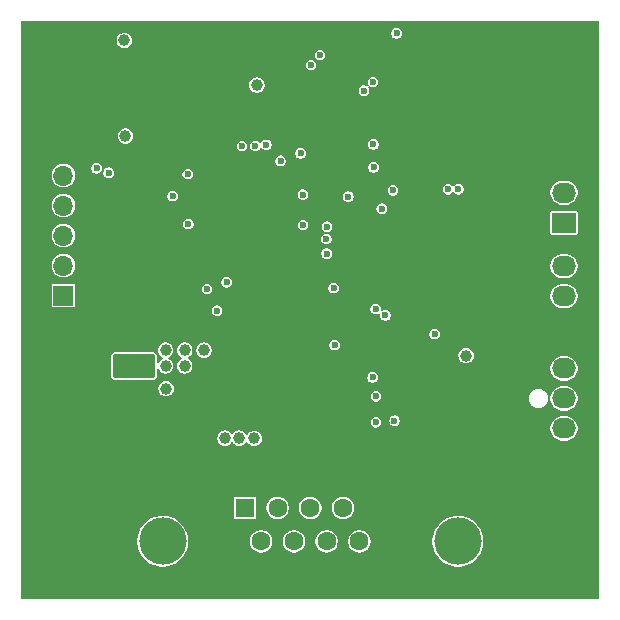
<source format=gbr>
%TF.GenerationSoftware,KiCad,Pcbnew,9.0.0*%
%TF.CreationDate,2025-03-19T13:45:40+03:00*%
%TF.ProjectId,End_striyel Sens_r Mod_l_,456e64fc-7374-4726-9979-656c2053656e,rev?*%
%TF.SameCoordinates,Original*%
%TF.FileFunction,Copper,L3,Inr*%
%TF.FilePolarity,Positive*%
%FSLAX46Y46*%
G04 Gerber Fmt 4.6, Leading zero omitted, Abs format (unit mm)*
G04 Created by KiCad (PCBNEW 9.0.0) date 2025-03-19 13:45:40*
%MOMM*%
%LPD*%
G01*
G04 APERTURE LIST*
G04 Aperture macros list*
%AMRoundRect*
0 Rectangle with rounded corners*
0 $1 Rounding radius*
0 $2 $3 $4 $5 $6 $7 $8 $9 X,Y pos of 4 corners*
0 Add a 4 corners polygon primitive as box body*
4,1,4,$2,$3,$4,$5,$6,$7,$8,$9,$2,$3,0*
0 Add four circle primitives for the rounded corners*
1,1,$1+$1,$2,$3*
1,1,$1+$1,$4,$5*
1,1,$1+$1,$6,$7*
1,1,$1+$1,$8,$9*
0 Add four rect primitives between the rounded corners*
20,1,$1+$1,$2,$3,$4,$5,0*
20,1,$1+$1,$4,$5,$6,$7,0*
20,1,$1+$1,$6,$7,$8,$9,0*
20,1,$1+$1,$8,$9,$2,$3,0*%
G04 Aperture macros list end*
%TA.AperFunction,ComponentPad*%
%ADD10C,3.600000*%
%TD*%
%TA.AperFunction,HeatsinkPad*%
%ADD11C,0.600000*%
%TD*%
%TA.AperFunction,ComponentPad*%
%ADD12R,1.700000X1.700000*%
%TD*%
%TA.AperFunction,ComponentPad*%
%ADD13O,1.700000X1.700000*%
%TD*%
%TA.AperFunction,ComponentPad*%
%ADD14C,4.000000*%
%TD*%
%TA.AperFunction,ComponentPad*%
%ADD15R,1.600000X1.600000*%
%TD*%
%TA.AperFunction,ComponentPad*%
%ADD16C,1.600000*%
%TD*%
%TA.AperFunction,ComponentPad*%
%ADD17RoundRect,0.249999X-1.550001X0.790001X-1.550001X-0.790001X1.550001X-0.790001X1.550001X0.790001X0*%
%TD*%
%TA.AperFunction,ComponentPad*%
%ADD18O,3.600000X2.080000*%
%TD*%
%TA.AperFunction,ComponentPad*%
%ADD19R,2.030000X1.730000*%
%TD*%
%TA.AperFunction,ComponentPad*%
%ADD20O,2.030000X1.730000*%
%TD*%
%TA.AperFunction,ViaPad*%
%ADD21C,0.600000*%
%TD*%
%TA.AperFunction,ViaPad*%
%ADD22C,1.000000*%
%TD*%
G04 APERTURE END LIST*
D10*
%TO.N,GND*%
%TO.C,H2*%
X131125000Y-109600000D03*
%TD*%
%TO.N,GND*%
%TO.C,H1*%
X131125000Y-68850000D03*
%TD*%
D11*
%TO.N,GND*%
%TO.C,U1*%
X151725000Y-70775000D03*
X151725000Y-71875000D03*
X152275000Y-70225000D03*
X152275000Y-71325000D03*
X152275000Y-72425000D03*
X152825000Y-70775000D03*
X152825000Y-71875000D03*
X153375000Y-70225000D03*
X153375000Y-71325000D03*
X153375000Y-72425000D03*
X153925000Y-70775000D03*
X153925000Y-71875000D03*
%TD*%
D12*
%TO.N,/ESP32-Microcontroller/DTR*%
%TO.C,J1*%
X130500000Y-87884000D03*
D13*
%TO.N,/ESP32-Microcontroller/RX*%
X130500000Y-85344000D03*
%TO.N,/ESP32-Microcontroller/TX*%
X130500000Y-82804000D03*
%TO.N,VDD3V3*%
X130500000Y-80264000D03*
%TO.N,/ESP32-Microcontroller/RTS*%
X130500000Y-77724000D03*
%TO.N,GND*%
X130500000Y-75184000D03*
%TD*%
D14*
%TO.N,N/C*%
%TO.C,J5*%
X138895000Y-108690000D03*
X163895000Y-108690000D03*
D15*
%TO.N,unconnected-(J5-Pad1)*%
X145855000Y-105850000D03*
D16*
%TO.N,Net-(U6-A)*%
X148625000Y-105850000D03*
%TO.N,Net-(U6-B)*%
X151395000Y-105850000D03*
%TO.N,unconnected-(J5-Pad4)*%
X154165000Y-105850000D03*
%TO.N,GND*%
X156935000Y-105850000D03*
%TO.N,unconnected-(J5-Pad6)*%
X147240000Y-108690000D03*
%TO.N,unconnected-(J5-Pad7)*%
X150010000Y-108690000D03*
%TO.N,unconnected-(J5-Pad8)*%
X152780000Y-108690000D03*
%TO.N,unconnected-(J5-Pad9)*%
X155550000Y-108690000D03*
%TD*%
D10*
%TO.N,GND*%
%TO.C,H3*%
X171875000Y-109600000D03*
%TD*%
D17*
%TO.N,VCC*%
%TO.C,J2*%
X136467100Y-93827600D03*
D18*
%TO.N,GND*%
X136467100Y-98907600D03*
%TD*%
D10*
%TO.N,GND*%
%TO.C,H4*%
X171875000Y-68850000D03*
%TD*%
D19*
%TO.N,GND*%
%TO.C,J3*%
X172875000Y-90465000D03*
D20*
%TO.N,VDD5V*%
X172875000Y-87925000D03*
%TO.N,ADC*%
X172875000Y-85385000D03*
%TD*%
D19*
%TO.N,EXT_TX*%
%TO.C,J6*%
X172875000Y-81715000D03*
D20*
%TO.N,EXT_RX*%
X172875000Y-79175000D03*
%TO.N,GND*%
X172875000Y-76635000D03*
%TD*%
D19*
%TO.N,GND*%
%TO.C,J4*%
X172875000Y-101675000D03*
D20*
%TO.N,VDD5V*%
X172875000Y-99135000D03*
%TO.N,SDA*%
X172875000Y-96595000D03*
%TO.N,SCL*%
X172875000Y-94055000D03*
%TD*%
D21*
%TO.N,GND*%
X140224000Y-90662000D03*
X165395000Y-87991000D03*
X151400000Y-66525000D03*
X157226000Y-102346000D03*
X150327000Y-71612000D03*
X141224000Y-90662000D03*
X150327000Y-66532000D03*
X146050000Y-85598000D03*
X134128000Y-89662000D03*
X165395000Y-86991000D03*
X153375000Y-66525000D03*
X134128000Y-90662000D03*
X158800000Y-67300000D03*
X145304000Y-66532000D03*
X152400000Y-66525000D03*
X157226000Y-101346000D03*
X158226000Y-102346000D03*
X158500000Y-75475000D03*
X135128000Y-90662000D03*
X166370000Y-86991000D03*
X139151000Y-90662000D03*
X157226000Y-100371000D03*
X139151000Y-89662000D03*
X147279000Y-66532000D03*
X150327000Y-70612000D03*
X146050000Y-86598000D03*
X136103000Y-90662000D03*
X136103000Y-89662000D03*
X150327000Y-65532000D03*
X146050000Y-84623000D03*
X142199000Y-90662000D03*
X149352000Y-65532000D03*
X166370000Y-87991000D03*
X135128000Y-89662000D03*
X148352000Y-70612000D03*
X149352000Y-66532000D03*
X151400000Y-65525000D03*
X166370000Y-88916000D03*
X138176000Y-90662000D03*
X142199000Y-89662000D03*
X166370000Y-95250000D03*
X148352000Y-66532000D03*
X158226000Y-101346000D03*
X166370000Y-89916000D03*
X147050000Y-85598000D03*
X149352000Y-70612000D03*
X164395000Y-89916000D03*
X152400000Y-65525000D03*
X146304000Y-66532000D03*
X164395000Y-86991000D03*
X153375000Y-65525000D03*
X147279000Y-65532000D03*
X146304000Y-65532000D03*
X148352000Y-71612000D03*
X165395000Y-88916000D03*
X149352000Y-71612000D03*
X165395000Y-89916000D03*
X137176000Y-90662000D03*
X141224000Y-89662000D03*
X164395000Y-88916000D03*
X147050000Y-84623000D03*
X164395000Y-87991000D03*
X140224000Y-89662000D03*
X158226000Y-100371000D03*
X138176000Y-89662000D03*
X145304000Y-65532000D03*
X148352000Y-65532000D03*
X163068000Y-92964000D03*
X147050000Y-86598000D03*
X137176000Y-89662000D03*
%TO.N,SCL*%
X156925000Y-89025000D03*
X158525000Y-98475000D03*
X141025000Y-77600000D03*
X152750000Y-83075000D03*
%TO.N,/ESP32-Microcontroller/IO0*%
X158700000Y-65675000D03*
X157450000Y-80525000D03*
D22*
%TO.N,VCC*%
X139192000Y-95758000D03*
X139141200Y-93827600D03*
X140766800Y-93827600D03*
X164592000Y-92964000D03*
X142392400Y-92506800D03*
X140766800Y-92506800D03*
X139141200Y-92506800D03*
D21*
%TO.N,VDD5V*%
X163925000Y-78875000D03*
X163068000Y-78875000D03*
%TO.N,Net-(U2-FB)*%
X158400000Y-78975000D03*
X153375000Y-87250000D03*
X154625000Y-79500000D03*
X152775000Y-84325000D03*
%TO.N,/ESP32-Microcontroller/TX*%
X133300000Y-77100000D03*
X152225000Y-67525000D03*
X156700000Y-69800000D03*
X156725000Y-75075000D03*
%TO.N,/ESP32-Microcontroller/RX*%
X156750000Y-77025000D03*
X155950000Y-70525000D03*
X134325000Y-77475000D03*
X151450000Y-68350000D03*
%TO.N,/ESP32-Microcontroller/RTS*%
X141075000Y-81825000D03*
%TO.N,PWM_CCS*%
X156675000Y-94800000D03*
X148875000Y-76475000D03*
%TO.N,ALERT*%
X150775000Y-81900000D03*
X150775000Y-79325000D03*
%TO.N,RS485_IO*%
X142647000Y-87325000D03*
X145625000Y-75225000D03*
%TO.N,CCS_INT*%
X153450000Y-92075000D03*
X150587500Y-75837500D03*
%TO.N,RS485_TX*%
X146750000Y-75200000D03*
X143507000Y-89157000D03*
%TO.N,RS485_RX*%
X144325000Y-86750000D03*
X147675000Y-75100000D03*
D22*
%TO.N,VDD3V3*%
X145375000Y-99950000D03*
D21*
X156950000Y-96400000D03*
X156950000Y-98600000D03*
D22*
X135650000Y-66275000D03*
X146650000Y-99975000D03*
D21*
X139750000Y-79450000D03*
D22*
X144175000Y-99950000D03*
D21*
%TO.N,SDA*%
X152800000Y-82050000D03*
X161925000Y-91125000D03*
D22*
X135750000Y-74375000D03*
D21*
X157745000Y-89550000D03*
D22*
X146875000Y-70050000D03*
%TD*%
%TA.AperFunction,Conductor*%
%TO.N,GND*%
G36*
X175847638Y-64618093D02*
G01*
X175873358Y-64662642D01*
X175874500Y-64675700D01*
X175874500Y-113524300D01*
X175856907Y-113572638D01*
X175812358Y-113598358D01*
X175799300Y-113599500D01*
X126950700Y-113599500D01*
X126902362Y-113581907D01*
X126876642Y-113537358D01*
X126875500Y-113524300D01*
X126875500Y-108548892D01*
X136742100Y-108548892D01*
X136742100Y-108831108D01*
X136778937Y-109110911D01*
X136828918Y-109297444D01*
X136851981Y-109383514D01*
X136851981Y-109383515D01*
X136959980Y-109644246D01*
X137101090Y-109888655D01*
X137272886Y-110112545D01*
X137272898Y-110112559D01*
X137472440Y-110312101D01*
X137472447Y-110312107D01*
X137472449Y-110312109D01*
X137696347Y-110483911D01*
X137940754Y-110625020D01*
X138201488Y-110733020D01*
X138474089Y-110806063D01*
X138753892Y-110842900D01*
X138753895Y-110842900D01*
X139036105Y-110842900D01*
X139036108Y-110842900D01*
X139315911Y-110806063D01*
X139588512Y-110733020D01*
X139849246Y-110625020D01*
X140093653Y-110483911D01*
X140317551Y-110312109D01*
X140517109Y-110112551D01*
X140688911Y-109888653D01*
X140830020Y-109644246D01*
X140938020Y-109383512D01*
X141011063Y-109110911D01*
X141047900Y-108831108D01*
X141047900Y-108596148D01*
X146287100Y-108596148D01*
X146287100Y-108783852D01*
X146323719Y-108967951D01*
X146395551Y-109141368D01*
X146499834Y-109297439D01*
X146499836Y-109297441D01*
X146499838Y-109297444D01*
X146632555Y-109430161D01*
X146632558Y-109430163D01*
X146632561Y-109430166D01*
X146788632Y-109534449D01*
X146962049Y-109606281D01*
X147084781Y-109630693D01*
X147146147Y-109642900D01*
X147146148Y-109642900D01*
X147333853Y-109642900D01*
X147379876Y-109633745D01*
X147517951Y-109606281D01*
X147691368Y-109534449D01*
X147847439Y-109430166D01*
X147980166Y-109297439D01*
X148084449Y-109141368D01*
X148156281Y-108967951D01*
X148192900Y-108783852D01*
X148192900Y-108596148D01*
X149057100Y-108596148D01*
X149057100Y-108783852D01*
X149093719Y-108967951D01*
X149165551Y-109141368D01*
X149269834Y-109297439D01*
X149269836Y-109297441D01*
X149269838Y-109297444D01*
X149402555Y-109430161D01*
X149402558Y-109430163D01*
X149402561Y-109430166D01*
X149558632Y-109534449D01*
X149732049Y-109606281D01*
X149854781Y-109630693D01*
X149916147Y-109642900D01*
X149916148Y-109642900D01*
X150103853Y-109642900D01*
X150149876Y-109633745D01*
X150287951Y-109606281D01*
X150461368Y-109534449D01*
X150617439Y-109430166D01*
X150750166Y-109297439D01*
X150854449Y-109141368D01*
X150926281Y-108967951D01*
X150962900Y-108783852D01*
X150962900Y-108596148D01*
X151827100Y-108596148D01*
X151827100Y-108783852D01*
X151863719Y-108967951D01*
X151935551Y-109141368D01*
X152039834Y-109297439D01*
X152039836Y-109297441D01*
X152039838Y-109297444D01*
X152172555Y-109430161D01*
X152172558Y-109430163D01*
X152172561Y-109430166D01*
X152328632Y-109534449D01*
X152502049Y-109606281D01*
X152624781Y-109630693D01*
X152686147Y-109642900D01*
X152686148Y-109642900D01*
X152873853Y-109642900D01*
X152919876Y-109633745D01*
X153057951Y-109606281D01*
X153231368Y-109534449D01*
X153387439Y-109430166D01*
X153520166Y-109297439D01*
X153624449Y-109141368D01*
X153696281Y-108967951D01*
X153732900Y-108783852D01*
X153732900Y-108596148D01*
X154597100Y-108596148D01*
X154597100Y-108783852D01*
X154633719Y-108967951D01*
X154705551Y-109141368D01*
X154809834Y-109297439D01*
X154809836Y-109297441D01*
X154809838Y-109297444D01*
X154942555Y-109430161D01*
X154942558Y-109430163D01*
X154942561Y-109430166D01*
X155098632Y-109534449D01*
X155272049Y-109606281D01*
X155394781Y-109630693D01*
X155456147Y-109642900D01*
X155456148Y-109642900D01*
X155643853Y-109642900D01*
X155689876Y-109633745D01*
X155827951Y-109606281D01*
X156001368Y-109534449D01*
X156157439Y-109430166D01*
X156290166Y-109297439D01*
X156394449Y-109141368D01*
X156466281Y-108967951D01*
X156502900Y-108783852D01*
X156502900Y-108596148D01*
X156493500Y-108548892D01*
X161742100Y-108548892D01*
X161742100Y-108831108D01*
X161778937Y-109110911D01*
X161828918Y-109297444D01*
X161851981Y-109383514D01*
X161851981Y-109383515D01*
X161959980Y-109644246D01*
X162101090Y-109888655D01*
X162272886Y-110112545D01*
X162272898Y-110112559D01*
X162472440Y-110312101D01*
X162472447Y-110312107D01*
X162472449Y-110312109D01*
X162696347Y-110483911D01*
X162940754Y-110625020D01*
X163201488Y-110733020D01*
X163474089Y-110806063D01*
X163753892Y-110842900D01*
X163753895Y-110842900D01*
X164036105Y-110842900D01*
X164036108Y-110842900D01*
X164315911Y-110806063D01*
X164588512Y-110733020D01*
X164849246Y-110625020D01*
X165093653Y-110483911D01*
X165317551Y-110312109D01*
X165517109Y-110112551D01*
X165688911Y-109888653D01*
X165830020Y-109644246D01*
X165938020Y-109383512D01*
X166011063Y-109110911D01*
X166047900Y-108831108D01*
X166047900Y-108548892D01*
X166011063Y-108269089D01*
X165938020Y-107996488D01*
X165830020Y-107735754D01*
X165688911Y-107491347D01*
X165517109Y-107267449D01*
X165517107Y-107267447D01*
X165517101Y-107267440D01*
X165317559Y-107067898D01*
X165317545Y-107067886D01*
X165093655Y-106896090D01*
X164849246Y-106754980D01*
X164588515Y-106646981D01*
X164588513Y-106646980D01*
X164588512Y-106646980D01*
X164315911Y-106573937D01*
X164036108Y-106537100D01*
X163753892Y-106537100D01*
X163474089Y-106573937D01*
X163474085Y-106573938D01*
X163474084Y-106573938D01*
X163413521Y-106590166D01*
X163201488Y-106646980D01*
X163201486Y-106646980D01*
X163201485Y-106646981D01*
X163201484Y-106646981D01*
X162940753Y-106754980D01*
X162696344Y-106896090D01*
X162472454Y-107067886D01*
X162472440Y-107067898D01*
X162272898Y-107267440D01*
X162272886Y-107267454D01*
X162101090Y-107491344D01*
X161959980Y-107735753D01*
X161851981Y-107996484D01*
X161851981Y-107996485D01*
X161851980Y-107996488D01*
X161828918Y-108082558D01*
X161787098Y-108238633D01*
X161778937Y-108269089D01*
X161742100Y-108548892D01*
X156493500Y-108548892D01*
X156466281Y-108412049D01*
X156394449Y-108238632D01*
X156290166Y-108082561D01*
X156290163Y-108082558D01*
X156290161Y-108082555D01*
X156157444Y-107949838D01*
X156157441Y-107949836D01*
X156157439Y-107949834D01*
X156001368Y-107845551D01*
X155827951Y-107773719D01*
X155827949Y-107773718D01*
X155827948Y-107773718D01*
X155643853Y-107737100D01*
X155643852Y-107737100D01*
X155456148Y-107737100D01*
X155456147Y-107737100D01*
X155272051Y-107773718D01*
X155272049Y-107773719D01*
X155098633Y-107845550D01*
X154942558Y-107949836D01*
X154942555Y-107949838D01*
X154809838Y-108082555D01*
X154809836Y-108082558D01*
X154705550Y-108238633D01*
X154633719Y-108412049D01*
X154633718Y-108412051D01*
X154606499Y-108548894D01*
X154597100Y-108596148D01*
X153732900Y-108596148D01*
X153696281Y-108412049D01*
X153624449Y-108238632D01*
X153520166Y-108082561D01*
X153520163Y-108082558D01*
X153520161Y-108082555D01*
X153387444Y-107949838D01*
X153387441Y-107949836D01*
X153387439Y-107949834D01*
X153231368Y-107845551D01*
X153057951Y-107773719D01*
X153057949Y-107773718D01*
X153057948Y-107773718D01*
X152873853Y-107737100D01*
X152873852Y-107737100D01*
X152686148Y-107737100D01*
X152686147Y-107737100D01*
X152502051Y-107773718D01*
X152502049Y-107773719D01*
X152328633Y-107845550D01*
X152172558Y-107949836D01*
X152172555Y-107949838D01*
X152039838Y-108082555D01*
X152039836Y-108082558D01*
X151935550Y-108238633D01*
X151863719Y-108412049D01*
X151863718Y-108412051D01*
X151836499Y-108548894D01*
X151827100Y-108596148D01*
X150962900Y-108596148D01*
X150926281Y-108412049D01*
X150854449Y-108238632D01*
X150750166Y-108082561D01*
X150750163Y-108082558D01*
X150750161Y-108082555D01*
X150617444Y-107949838D01*
X150617441Y-107949836D01*
X150617439Y-107949834D01*
X150461368Y-107845551D01*
X150287951Y-107773719D01*
X150287949Y-107773718D01*
X150287948Y-107773718D01*
X150103853Y-107737100D01*
X150103852Y-107737100D01*
X149916148Y-107737100D01*
X149916147Y-107737100D01*
X149732051Y-107773718D01*
X149732049Y-107773719D01*
X149558633Y-107845550D01*
X149402558Y-107949836D01*
X149402555Y-107949838D01*
X149269838Y-108082555D01*
X149269836Y-108082558D01*
X149165550Y-108238633D01*
X149093719Y-108412049D01*
X149093718Y-108412051D01*
X149066499Y-108548894D01*
X149057100Y-108596148D01*
X148192900Y-108596148D01*
X148156281Y-108412049D01*
X148084449Y-108238632D01*
X147980166Y-108082561D01*
X147980163Y-108082558D01*
X147980161Y-108082555D01*
X147847444Y-107949838D01*
X147847441Y-107949836D01*
X147847439Y-107949834D01*
X147691368Y-107845551D01*
X147517951Y-107773719D01*
X147517949Y-107773718D01*
X147517948Y-107773718D01*
X147333853Y-107737100D01*
X147333852Y-107737100D01*
X147146148Y-107737100D01*
X147146147Y-107737100D01*
X146962051Y-107773718D01*
X146962049Y-107773719D01*
X146788633Y-107845550D01*
X146632558Y-107949836D01*
X146632555Y-107949838D01*
X146499838Y-108082555D01*
X146499836Y-108082558D01*
X146395550Y-108238633D01*
X146323719Y-108412049D01*
X146323718Y-108412051D01*
X146296499Y-108548894D01*
X146287100Y-108596148D01*
X141047900Y-108596148D01*
X141047900Y-108548892D01*
X141011063Y-108269089D01*
X140938020Y-107996488D01*
X140830020Y-107735754D01*
X140688911Y-107491347D01*
X140517109Y-107267449D01*
X140517107Y-107267447D01*
X140517101Y-107267440D01*
X140317559Y-107067898D01*
X140317545Y-107067886D01*
X140093655Y-106896090D01*
X139849246Y-106754980D01*
X139588515Y-106646981D01*
X139588513Y-106646980D01*
X139588512Y-106646980D01*
X139315911Y-106573937D01*
X139036108Y-106537100D01*
X138753892Y-106537100D01*
X138474089Y-106573937D01*
X138474085Y-106573938D01*
X138474084Y-106573938D01*
X138413521Y-106590166D01*
X138201488Y-106646980D01*
X138201486Y-106646980D01*
X138201485Y-106646981D01*
X138201484Y-106646981D01*
X137940753Y-106754980D01*
X137696344Y-106896090D01*
X137472454Y-107067886D01*
X137472440Y-107067898D01*
X137272898Y-107267440D01*
X137272886Y-107267454D01*
X137101090Y-107491344D01*
X136959980Y-107735753D01*
X136851981Y-107996484D01*
X136851981Y-107996485D01*
X136851980Y-107996488D01*
X136828918Y-108082558D01*
X136787098Y-108238633D01*
X136778937Y-108269089D01*
X136742100Y-108548892D01*
X126875500Y-108548892D01*
X126875500Y-105034942D01*
X144902100Y-105034942D01*
X144902100Y-106665055D01*
X144902101Y-106665057D01*
X144910972Y-106709659D01*
X144944764Y-106760232D01*
X144944765Y-106760232D01*
X144944766Y-106760234D01*
X144995342Y-106794028D01*
X145039943Y-106802900D01*
X146670056Y-106802899D01*
X146714658Y-106794028D01*
X146765234Y-106760234D01*
X146799028Y-106709658D01*
X146807900Y-106665057D01*
X146807899Y-105756147D01*
X147672100Y-105756147D01*
X147672100Y-105756148D01*
X147672100Y-105943852D01*
X147708719Y-106127951D01*
X147780551Y-106301368D01*
X147884834Y-106457439D01*
X147884836Y-106457441D01*
X147884838Y-106457444D01*
X148017555Y-106590161D01*
X148017558Y-106590163D01*
X148017561Y-106590166D01*
X148173632Y-106694449D01*
X148347049Y-106766281D01*
X148469781Y-106790693D01*
X148531147Y-106802900D01*
X148531148Y-106802900D01*
X148718853Y-106802900D01*
X148764876Y-106793745D01*
X148902951Y-106766281D01*
X149076368Y-106694449D01*
X149232439Y-106590166D01*
X149365166Y-106457439D01*
X149469449Y-106301368D01*
X149541281Y-106127951D01*
X149577900Y-105943852D01*
X149577900Y-105756148D01*
X149577900Y-105756147D01*
X150442100Y-105756147D01*
X150442100Y-105756148D01*
X150442100Y-105943852D01*
X150478719Y-106127951D01*
X150550551Y-106301368D01*
X150654834Y-106457439D01*
X150654836Y-106457441D01*
X150654838Y-106457444D01*
X150787555Y-106590161D01*
X150787558Y-106590163D01*
X150787561Y-106590166D01*
X150943632Y-106694449D01*
X151117049Y-106766281D01*
X151239781Y-106790693D01*
X151301147Y-106802900D01*
X151301148Y-106802900D01*
X151488853Y-106802900D01*
X151534876Y-106793745D01*
X151672951Y-106766281D01*
X151846368Y-106694449D01*
X152002439Y-106590166D01*
X152135166Y-106457439D01*
X152239449Y-106301368D01*
X152311281Y-106127951D01*
X152347900Y-105943852D01*
X152347900Y-105756148D01*
X152347900Y-105756147D01*
X153212100Y-105756147D01*
X153212100Y-105756148D01*
X153212100Y-105943852D01*
X153248719Y-106127951D01*
X153320551Y-106301368D01*
X153424834Y-106457439D01*
X153424836Y-106457441D01*
X153424838Y-106457444D01*
X153557555Y-106590161D01*
X153557558Y-106590163D01*
X153557561Y-106590166D01*
X153713632Y-106694449D01*
X153887049Y-106766281D01*
X154009781Y-106790693D01*
X154071147Y-106802900D01*
X154071148Y-106802900D01*
X154258853Y-106802900D01*
X154304876Y-106793745D01*
X154442951Y-106766281D01*
X154616368Y-106694449D01*
X154772439Y-106590166D01*
X154905166Y-106457439D01*
X155009449Y-106301368D01*
X155081281Y-106127951D01*
X155117900Y-105943852D01*
X155117900Y-105756148D01*
X155081281Y-105572049D01*
X155009449Y-105398632D01*
X154905166Y-105242561D01*
X154905163Y-105242558D01*
X154905161Y-105242555D01*
X154772444Y-105109838D01*
X154772441Y-105109836D01*
X154772439Y-105109834D01*
X154616368Y-105005551D01*
X154579650Y-104990342D01*
X154565574Y-104984511D01*
X154442951Y-104933719D01*
X154442949Y-104933718D01*
X154442948Y-104933718D01*
X154258853Y-104897100D01*
X154258852Y-104897100D01*
X154071148Y-104897100D01*
X154071147Y-104897100D01*
X153887051Y-104933718D01*
X153887049Y-104933719D01*
X153713633Y-105005550D01*
X153557558Y-105109836D01*
X153557555Y-105109838D01*
X153424838Y-105242555D01*
X153424836Y-105242558D01*
X153320550Y-105398633D01*
X153248719Y-105572049D01*
X153248718Y-105572051D01*
X153212100Y-105756147D01*
X152347900Y-105756147D01*
X152311281Y-105572049D01*
X152239449Y-105398632D01*
X152135166Y-105242561D01*
X152135163Y-105242558D01*
X152135161Y-105242555D01*
X152002444Y-105109838D01*
X152002441Y-105109836D01*
X152002439Y-105109834D01*
X151846368Y-105005551D01*
X151809650Y-104990342D01*
X151795574Y-104984511D01*
X151672951Y-104933719D01*
X151672949Y-104933718D01*
X151672948Y-104933718D01*
X151488853Y-104897100D01*
X151488852Y-104897100D01*
X151301148Y-104897100D01*
X151301147Y-104897100D01*
X151117051Y-104933718D01*
X151117049Y-104933719D01*
X150943633Y-105005550D01*
X150787558Y-105109836D01*
X150787555Y-105109838D01*
X150654838Y-105242555D01*
X150654836Y-105242558D01*
X150550550Y-105398633D01*
X150478719Y-105572049D01*
X150478718Y-105572051D01*
X150442100Y-105756147D01*
X149577900Y-105756147D01*
X149541281Y-105572049D01*
X149469449Y-105398632D01*
X149365166Y-105242561D01*
X149365163Y-105242558D01*
X149365161Y-105242555D01*
X149232444Y-105109838D01*
X149232441Y-105109836D01*
X149232439Y-105109834D01*
X149076368Y-105005551D01*
X149039650Y-104990342D01*
X149025574Y-104984511D01*
X148902951Y-104933719D01*
X148902949Y-104933718D01*
X148902948Y-104933718D01*
X148718853Y-104897100D01*
X148718852Y-104897100D01*
X148531148Y-104897100D01*
X148531147Y-104897100D01*
X148347051Y-104933718D01*
X148347049Y-104933719D01*
X148173633Y-105005550D01*
X148017558Y-105109836D01*
X148017555Y-105109838D01*
X147884838Y-105242555D01*
X147884836Y-105242558D01*
X147780550Y-105398633D01*
X147708719Y-105572049D01*
X147708718Y-105572051D01*
X147672100Y-105756147D01*
X146807899Y-105756147D01*
X146807899Y-105034944D01*
X146799028Y-104990342D01*
X146765234Y-104939766D01*
X146714658Y-104905972D01*
X146714656Y-104905971D01*
X146670057Y-104897100D01*
X145039944Y-104897100D01*
X145039942Y-104897101D01*
X144995340Y-104905972D01*
X144944767Y-104939764D01*
X144910972Y-104990342D01*
X144910971Y-104990343D01*
X144902100Y-105034942D01*
X126875500Y-105034942D01*
X126875500Y-99885693D01*
X143522100Y-99885693D01*
X143522100Y-100014306D01*
X143541887Y-100113782D01*
X143547191Y-100140444D01*
X143596408Y-100259264D01*
X143667860Y-100366199D01*
X143667862Y-100366201D01*
X143667864Y-100366204D01*
X143758795Y-100457135D01*
X143758798Y-100457137D01*
X143758801Y-100457140D01*
X143865736Y-100528592D01*
X143984556Y-100577809D01*
X144060239Y-100592863D01*
X144110693Y-100602900D01*
X144110695Y-100602900D01*
X144239307Y-100602900D01*
X144281351Y-100594536D01*
X144365444Y-100577809D01*
X144484264Y-100528592D01*
X144591199Y-100457140D01*
X144682140Y-100366199D01*
X144712473Y-100320801D01*
X144753956Y-100290384D01*
X144805286Y-100293748D01*
X144837527Y-100320802D01*
X144867858Y-100366197D01*
X144867864Y-100366204D01*
X144958795Y-100457135D01*
X144958798Y-100457137D01*
X144958801Y-100457140D01*
X145065736Y-100528592D01*
X145184556Y-100577809D01*
X145260239Y-100592863D01*
X145310693Y-100602900D01*
X145310695Y-100602900D01*
X145439307Y-100602900D01*
X145481351Y-100594536D01*
X145565444Y-100577809D01*
X145684264Y-100528592D01*
X145791199Y-100457140D01*
X145882140Y-100366199D01*
X145941919Y-100276732D01*
X145983401Y-100246316D01*
X146034731Y-100249680D01*
X146069003Y-100281427D01*
X146069356Y-100281192D01*
X146070340Y-100282665D01*
X146070762Y-100283056D01*
X146071404Y-100284258D01*
X146071407Y-100284262D01*
X146071408Y-100284264D01*
X146142860Y-100391199D01*
X146142862Y-100391201D01*
X146142864Y-100391204D01*
X146233795Y-100482135D01*
X146233798Y-100482137D01*
X146233801Y-100482140D01*
X146340736Y-100553592D01*
X146459556Y-100602809D01*
X146535239Y-100617863D01*
X146585693Y-100627900D01*
X146585695Y-100627900D01*
X146714307Y-100627900D01*
X146756351Y-100619536D01*
X146840444Y-100602809D01*
X146959264Y-100553592D01*
X147066199Y-100482140D01*
X147157140Y-100391199D01*
X147228592Y-100284264D01*
X147277809Y-100165444D01*
X147302900Y-100039305D01*
X147302900Y-99910695D01*
X147277809Y-99784556D01*
X147228592Y-99665736D01*
X147157140Y-99558801D01*
X147157137Y-99558798D01*
X147157135Y-99558795D01*
X147066204Y-99467864D01*
X147066201Y-99467862D01*
X147066199Y-99467860D01*
X146959264Y-99396408D01*
X146840444Y-99347191D01*
X146840441Y-99347190D01*
X146840440Y-99347190D01*
X146714307Y-99322100D01*
X146714305Y-99322100D01*
X146585695Y-99322100D01*
X146585693Y-99322100D01*
X146459559Y-99347190D01*
X146459556Y-99347191D01*
X146340737Y-99396407D01*
X146233798Y-99467862D01*
X146233795Y-99467864D01*
X146142864Y-99558795D01*
X146142856Y-99558804D01*
X146083080Y-99648266D01*
X146041597Y-99678683D01*
X145990267Y-99675318D01*
X145955997Y-99643571D01*
X145955644Y-99643808D01*
X145954655Y-99642328D01*
X145954234Y-99641938D01*
X145953592Y-99640737D01*
X145953592Y-99640736D01*
X145882140Y-99533801D01*
X145882137Y-99533798D01*
X145882135Y-99533795D01*
X145791204Y-99442864D01*
X145791201Y-99442862D01*
X145791199Y-99442860D01*
X145684264Y-99371408D01*
X145565444Y-99322191D01*
X145565441Y-99322190D01*
X145565440Y-99322190D01*
X145439307Y-99297100D01*
X145439305Y-99297100D01*
X145310695Y-99297100D01*
X145310693Y-99297100D01*
X145184559Y-99322190D01*
X145184556Y-99322191D01*
X145065737Y-99371407D01*
X144958798Y-99442862D01*
X144958795Y-99442864D01*
X144867864Y-99533795D01*
X144867856Y-99533804D01*
X144837526Y-99579198D01*
X144796043Y-99609615D01*
X144744713Y-99606250D01*
X144712474Y-99579198D01*
X144682143Y-99533804D01*
X144682135Y-99533795D01*
X144591204Y-99442864D01*
X144591201Y-99442862D01*
X144591199Y-99442860D01*
X144484264Y-99371408D01*
X144365444Y-99322191D01*
X144365441Y-99322190D01*
X144365440Y-99322190D01*
X144239307Y-99297100D01*
X144239305Y-99297100D01*
X144110695Y-99297100D01*
X144110693Y-99297100D01*
X143984559Y-99322190D01*
X143984556Y-99322191D01*
X143865737Y-99371407D01*
X143758798Y-99442862D01*
X143758795Y-99442864D01*
X143667864Y-99533795D01*
X143667862Y-99533798D01*
X143596407Y-99640737D01*
X143547191Y-99759556D01*
X143547190Y-99759559D01*
X143522100Y-99885693D01*
X126875500Y-99885693D01*
X126875500Y-98540375D01*
X156497100Y-98540375D01*
X156497100Y-98659625D01*
X156522143Y-98753087D01*
X156527964Y-98774813D01*
X156527964Y-98774814D01*
X156587589Y-98878087D01*
X156671912Y-98962410D01*
X156731538Y-98996834D01*
X156775187Y-99022036D01*
X156890375Y-99052900D01*
X156890378Y-99052900D01*
X157009622Y-99052900D01*
X157009625Y-99052900D01*
X157077385Y-99034744D01*
X171707100Y-99034744D01*
X171707100Y-99235255D01*
X171746218Y-99431911D01*
X171746219Y-99431913D01*
X171819825Y-99609615D01*
X171822949Y-99617156D01*
X171934346Y-99783873D01*
X171934348Y-99783875D01*
X171934350Y-99783878D01*
X172076121Y-99925649D01*
X172076124Y-99925651D01*
X172076127Y-99925654D01*
X172242844Y-100037051D01*
X172428090Y-100113782D01*
X172546508Y-100137337D01*
X172624744Y-100152900D01*
X172624746Y-100152900D01*
X173125256Y-100152900D01*
X173190511Y-100139919D01*
X173321910Y-100113782D01*
X173507156Y-100037051D01*
X173673873Y-99925654D01*
X173815654Y-99783873D01*
X173927051Y-99617156D01*
X174003782Y-99431910D01*
X174042900Y-99235254D01*
X174042900Y-99034746D01*
X174003782Y-98838090D01*
X173927051Y-98652844D01*
X173815654Y-98486127D01*
X173815651Y-98486124D01*
X173815649Y-98486121D01*
X173673878Y-98344350D01*
X173673875Y-98344348D01*
X173673873Y-98344346D01*
X173507156Y-98232949D01*
X173374410Y-98177964D01*
X173321913Y-98156219D01*
X173321911Y-98156218D01*
X173125256Y-98117100D01*
X173125254Y-98117100D01*
X172624746Y-98117100D01*
X172624744Y-98117100D01*
X172428088Y-98156218D01*
X172428086Y-98156219D01*
X172242845Y-98232948D01*
X172076124Y-98344348D01*
X172076121Y-98344350D01*
X171934350Y-98486121D01*
X171934348Y-98486124D01*
X171822948Y-98652845D01*
X171746219Y-98838086D01*
X171746218Y-98838088D01*
X171707100Y-99034744D01*
X157077385Y-99034744D01*
X157124813Y-99022036D01*
X157156011Y-99004023D01*
X157221997Y-98965927D01*
X157221998Y-98965926D01*
X157228085Y-98962412D01*
X157312410Y-98878087D01*
X157372036Y-98774813D01*
X157402900Y-98659625D01*
X157402900Y-98540375D01*
X157372036Y-98425187D01*
X157366371Y-98415375D01*
X158072100Y-98415375D01*
X158072100Y-98534625D01*
X158102964Y-98649813D01*
X158102964Y-98649814D01*
X158162589Y-98753087D01*
X158246912Y-98837410D01*
X158306538Y-98871834D01*
X158350187Y-98897036D01*
X158465375Y-98927900D01*
X158465378Y-98927900D01*
X158584622Y-98927900D01*
X158584625Y-98927900D01*
X158699813Y-98897036D01*
X158803087Y-98837410D01*
X158887410Y-98753087D01*
X158947036Y-98649813D01*
X158977900Y-98534625D01*
X158977900Y-98415375D01*
X158947036Y-98300187D01*
X158947035Y-98300185D01*
X158887410Y-98196912D01*
X158803087Y-98112589D01*
X158699813Y-98052964D01*
X158584625Y-98022100D01*
X158465375Y-98022100D01*
X158378984Y-98045248D01*
X158350186Y-98052964D01*
X158350185Y-98052964D01*
X158246912Y-98112589D01*
X158162589Y-98196912D01*
X158102964Y-98300185D01*
X158102964Y-98300186D01*
X158102964Y-98300187D01*
X158072100Y-98415375D01*
X157366371Y-98415375D01*
X157312410Y-98321912D01*
X157228087Y-98237589D01*
X157124813Y-98177964D01*
X157009625Y-98147100D01*
X156890375Y-98147100D01*
X156803984Y-98170248D01*
X156775186Y-98177964D01*
X156775185Y-98177964D01*
X156671912Y-98237589D01*
X156587589Y-98321912D01*
X156527964Y-98425185D01*
X156527964Y-98425186D01*
X156527964Y-98425187D01*
X156497100Y-98540375D01*
X126875500Y-98540375D01*
X126875500Y-95693693D01*
X138539100Y-95693693D01*
X138539100Y-95822306D01*
X138563923Y-95947100D01*
X138564191Y-95948444D01*
X138613408Y-96067264D01*
X138684860Y-96174199D01*
X138684862Y-96174201D01*
X138684864Y-96174204D01*
X138775795Y-96265135D01*
X138775798Y-96265137D01*
X138775801Y-96265140D01*
X138882736Y-96336592D01*
X139001556Y-96385809D01*
X139077239Y-96400863D01*
X139127693Y-96410900D01*
X139127695Y-96410900D01*
X139256307Y-96410900D01*
X139298351Y-96402536D01*
X139382444Y-96385809D01*
X139492131Y-96340375D01*
X156497100Y-96340375D01*
X156497100Y-96459625D01*
X156512248Y-96516158D01*
X156527964Y-96574813D01*
X156527964Y-96574814D01*
X156587589Y-96678087D01*
X156671912Y-96762410D01*
X156731538Y-96796834D01*
X156775187Y-96822036D01*
X156890375Y-96852900D01*
X156890378Y-96852900D01*
X157009622Y-96852900D01*
X157009625Y-96852900D01*
X157124813Y-96822036D01*
X157228087Y-96762410D01*
X157312410Y-96678087D01*
X157372036Y-96574813D01*
X157387753Y-96516156D01*
X169914500Y-96516156D01*
X169914500Y-96673843D01*
X169945263Y-96828498D01*
X169945264Y-96828500D01*
X170005605Y-96974177D01*
X170005606Y-96974179D01*
X170093211Y-97105289D01*
X170093213Y-97105291D01*
X170093215Y-97105294D01*
X170204705Y-97216784D01*
X170204708Y-97216786D01*
X170204711Y-97216789D01*
X170335821Y-97304394D01*
X170481503Y-97364737D01*
X170574630Y-97383261D01*
X170636156Y-97395500D01*
X170636158Y-97395500D01*
X170793844Y-97395500D01*
X170845161Y-97385291D01*
X170948497Y-97364737D01*
X171094179Y-97304394D01*
X171225289Y-97216789D01*
X171336789Y-97105289D01*
X171424394Y-96974179D01*
X171484737Y-96828497D01*
X171515500Y-96673842D01*
X171515500Y-96516158D01*
X171515500Y-96516156D01*
X171515500Y-96516155D01*
X171515499Y-96516152D01*
X171513425Y-96505721D01*
X171511242Y-96494746D01*
X171707100Y-96494746D01*
X171707100Y-96695254D01*
X171746218Y-96891910D01*
X171822949Y-97077156D01*
X171934346Y-97243873D01*
X171934348Y-97243875D01*
X171934350Y-97243878D01*
X172076121Y-97385649D01*
X172076124Y-97385651D01*
X172076127Y-97385654D01*
X172242844Y-97497051D01*
X172428090Y-97573782D01*
X172546508Y-97597337D01*
X172624744Y-97612900D01*
X172624746Y-97612900D01*
X173125256Y-97612900D01*
X173190511Y-97599919D01*
X173321910Y-97573782D01*
X173507156Y-97497051D01*
X173673873Y-97385654D01*
X173815654Y-97243873D01*
X173927051Y-97077156D01*
X174003782Y-96891910D01*
X174042900Y-96695254D01*
X174042900Y-96494746D01*
X174035913Y-96459623D01*
X174021231Y-96385809D01*
X174003782Y-96298090D01*
X173927051Y-96112844D01*
X173815654Y-95946127D01*
X173815651Y-95946124D01*
X173815649Y-95946121D01*
X173673878Y-95804350D01*
X173673875Y-95804348D01*
X173673873Y-95804346D01*
X173507156Y-95692949D01*
X173507154Y-95692948D01*
X173321913Y-95616219D01*
X173321911Y-95616218D01*
X173125256Y-95577100D01*
X173125254Y-95577100D01*
X172624746Y-95577100D01*
X172624744Y-95577100D01*
X172428088Y-95616218D01*
X172428086Y-95616219D01*
X172242845Y-95692948D01*
X172076124Y-95804348D01*
X172076121Y-95804350D01*
X171934350Y-95946121D01*
X171934348Y-95946124D01*
X171822948Y-96112845D01*
X171746219Y-96298086D01*
X171746218Y-96298088D01*
X171714087Y-96459623D01*
X171707100Y-96494746D01*
X171511242Y-96494746D01*
X171494563Y-96410900D01*
X171484737Y-96361503D01*
X171424394Y-96215821D01*
X171336789Y-96084711D01*
X171336786Y-96084708D01*
X171336784Y-96084705D01*
X171225294Y-95973215D01*
X171225291Y-95973213D01*
X171225289Y-95973211D01*
X171094179Y-95885606D01*
X171094177Y-95885605D01*
X170948500Y-95825264D01*
X170948498Y-95825263D01*
X170793844Y-95794500D01*
X170793842Y-95794500D01*
X170636158Y-95794500D01*
X170636156Y-95794500D01*
X170481501Y-95825263D01*
X170481499Y-95825264D01*
X170335822Y-95885605D01*
X170204708Y-95973213D01*
X170204705Y-95973215D01*
X170093215Y-96084705D01*
X170093213Y-96084708D01*
X170005605Y-96215822D01*
X169945264Y-96361499D01*
X169945263Y-96361501D01*
X169914500Y-96516156D01*
X157387753Y-96516156D01*
X157402900Y-96459625D01*
X157402900Y-96340375D01*
X157372036Y-96225187D01*
X157366629Y-96215822D01*
X157312410Y-96121912D01*
X157228087Y-96037589D01*
X157124813Y-95977964D01*
X157107089Y-95973215D01*
X157009625Y-95947100D01*
X156890375Y-95947100D01*
X156803984Y-95970248D01*
X156775186Y-95977964D01*
X156775185Y-95977964D01*
X156671912Y-96037589D01*
X156587589Y-96121912D01*
X156527964Y-96225185D01*
X156527964Y-96225186D01*
X156527964Y-96225187D01*
X156497100Y-96340375D01*
X139492131Y-96340375D01*
X139501264Y-96336592D01*
X139562949Y-96295374D01*
X139596556Y-96272920D01*
X139596556Y-96272919D01*
X139608199Y-96265140D01*
X139699140Y-96174199D01*
X139770592Y-96067264D01*
X139819809Y-95948444D01*
X139839881Y-95847532D01*
X139844900Y-95822306D01*
X139844900Y-95693693D01*
X139829489Y-95616219D01*
X139819809Y-95567556D01*
X139770592Y-95448736D01*
X139699140Y-95341801D01*
X139699137Y-95341798D01*
X139699135Y-95341795D01*
X139608204Y-95250864D01*
X139608201Y-95250862D01*
X139608199Y-95250860D01*
X139501264Y-95179408D01*
X139382444Y-95130191D01*
X139382441Y-95130190D01*
X139382440Y-95130190D01*
X139256307Y-95105100D01*
X139256305Y-95105100D01*
X139127695Y-95105100D01*
X139127693Y-95105100D01*
X139001559Y-95130190D01*
X139001556Y-95130191D01*
X138882737Y-95179407D01*
X138775798Y-95250862D01*
X138775795Y-95250864D01*
X138684864Y-95341795D01*
X138684862Y-95341798D01*
X138613407Y-95448737D01*
X138564191Y-95567556D01*
X138564190Y-95567559D01*
X138539100Y-95693693D01*
X126875500Y-95693693D01*
X126875500Y-93005888D01*
X134514200Y-93005888D01*
X134514200Y-94649302D01*
X134514201Y-94649314D01*
X134529141Y-94743653D01*
X134587085Y-94857373D01*
X134677326Y-94947614D01*
X134677328Y-94947615D01*
X134677329Y-94947616D01*
X134791042Y-95005556D01*
X134791044Y-95005557D01*
X134885391Y-95020500D01*
X138048808Y-95020499D01*
X138056985Y-95019203D01*
X138143153Y-95005558D01*
X138143154Y-95005557D01*
X138143156Y-95005557D01*
X138256871Y-94947616D01*
X138347116Y-94857371D01*
X138405057Y-94743656D01*
X138405577Y-94740375D01*
X156222100Y-94740375D01*
X156222100Y-94859625D01*
X156245676Y-94947614D01*
X156252964Y-94974813D01*
X156252964Y-94974814D01*
X156312589Y-95078087D01*
X156396912Y-95162410D01*
X156426352Y-95179407D01*
X156500187Y-95222036D01*
X156615375Y-95252900D01*
X156615378Y-95252900D01*
X156734622Y-95252900D01*
X156734625Y-95252900D01*
X156849813Y-95222036D01*
X156953087Y-95162410D01*
X157037410Y-95078087D01*
X157097036Y-94974813D01*
X157127900Y-94859625D01*
X157127900Y-94740375D01*
X157097036Y-94625187D01*
X157046210Y-94537154D01*
X157037410Y-94521912D01*
X156953087Y-94437589D01*
X156849813Y-94377964D01*
X156734625Y-94347100D01*
X156615375Y-94347100D01*
X156528984Y-94370248D01*
X156500186Y-94377964D01*
X156500185Y-94377964D01*
X156396912Y-94437589D01*
X156312589Y-94521912D01*
X156252964Y-94625185D01*
X156252964Y-94625186D01*
X156246501Y-94649308D01*
X156222100Y-94740375D01*
X138405577Y-94740375D01*
X138420000Y-94649309D01*
X138419999Y-94170275D01*
X138437592Y-94121939D01*
X138482141Y-94096219D01*
X138532799Y-94105152D01*
X138560533Y-94133807D01*
X138560556Y-94133792D01*
X138560640Y-94133918D01*
X138561518Y-94134825D01*
X138562605Y-94136859D01*
X138562607Y-94136862D01*
X138562608Y-94136864D01*
X138634060Y-94243799D01*
X138634062Y-94243801D01*
X138634064Y-94243804D01*
X138724995Y-94334735D01*
X138724998Y-94334737D01*
X138725001Y-94334740D01*
X138831936Y-94406192D01*
X138950756Y-94455409D01*
X139026439Y-94470463D01*
X139076893Y-94480500D01*
X139076895Y-94480500D01*
X139205507Y-94480500D01*
X139247551Y-94472136D01*
X139331644Y-94455409D01*
X139450464Y-94406192D01*
X139557399Y-94334740D01*
X139648340Y-94243799D01*
X139719792Y-94136864D01*
X139769009Y-94018044D01*
X139794100Y-93891905D01*
X139794100Y-93763295D01*
X139793064Y-93758088D01*
X139784063Y-93712839D01*
X139769009Y-93637156D01*
X139719792Y-93518336D01*
X139648340Y-93411401D01*
X139648337Y-93411398D01*
X139648335Y-93411395D01*
X139557404Y-93320464D01*
X139557401Y-93320462D01*
X139557399Y-93320460D01*
X139450464Y-93249008D01*
X139420690Y-93236675D01*
X139382766Y-93201924D01*
X139376052Y-93150924D01*
X139403690Y-93107540D01*
X139420688Y-93097725D01*
X139450464Y-93085392D01*
X139557399Y-93013940D01*
X139648340Y-92922999D01*
X139719792Y-92816064D01*
X139769009Y-92697244D01*
X139794100Y-92571105D01*
X139794100Y-92442495D01*
X139794100Y-92442493D01*
X140113900Y-92442493D01*
X140113900Y-92571106D01*
X140130535Y-92654737D01*
X140138991Y-92697244D01*
X140170601Y-92773556D01*
X140180653Y-92797826D01*
X140188208Y-92816064D01*
X140259660Y-92922999D01*
X140259662Y-92923001D01*
X140259664Y-92923004D01*
X140350595Y-93013935D01*
X140350598Y-93013937D01*
X140350601Y-93013940D01*
X140457536Y-93085392D01*
X140487308Y-93097724D01*
X140525234Y-93132477D01*
X140531947Y-93183477D01*
X140504308Y-93226861D01*
X140487308Y-93236676D01*
X140457537Y-93249007D01*
X140350598Y-93320462D01*
X140350595Y-93320464D01*
X140259664Y-93411395D01*
X140259662Y-93411398D01*
X140188207Y-93518337D01*
X140138991Y-93637156D01*
X140138990Y-93637159D01*
X140113900Y-93763293D01*
X140113900Y-93891906D01*
X140138990Y-94018040D01*
X140138991Y-94018043D01*
X140186935Y-94133792D01*
X140188208Y-94136864D01*
X140259660Y-94243799D01*
X140259662Y-94243801D01*
X140259664Y-94243804D01*
X140350595Y-94334735D01*
X140350598Y-94334737D01*
X140350601Y-94334740D01*
X140457536Y-94406192D01*
X140576356Y-94455409D01*
X140652039Y-94470463D01*
X140702493Y-94480500D01*
X140702495Y-94480500D01*
X140831107Y-94480500D01*
X140873151Y-94472136D01*
X140957244Y-94455409D01*
X141076064Y-94406192D01*
X141182999Y-94334740D01*
X141273940Y-94243799D01*
X141345392Y-94136864D01*
X141394609Y-94018044D01*
X141407200Y-93954744D01*
X171707100Y-93954744D01*
X171707100Y-94155255D01*
X171746218Y-94351911D01*
X171746219Y-94351913D01*
X171789088Y-94455408D01*
X171822949Y-94537156D01*
X171934346Y-94703873D01*
X171934348Y-94703875D01*
X171934350Y-94703878D01*
X172076121Y-94845649D01*
X172076124Y-94845651D01*
X172076127Y-94845654D01*
X172242844Y-94957051D01*
X172428090Y-95033782D01*
X172546508Y-95057337D01*
X172624744Y-95072900D01*
X172624746Y-95072900D01*
X173125256Y-95072900D01*
X173190511Y-95059919D01*
X173321910Y-95033782D01*
X173507156Y-94957051D01*
X173673873Y-94845654D01*
X173815654Y-94703873D01*
X173927051Y-94537156D01*
X174003782Y-94351910D01*
X174042900Y-94155254D01*
X174042900Y-93954746D01*
X174003782Y-93758090D01*
X173927051Y-93572844D01*
X173815654Y-93406127D01*
X173815651Y-93406124D01*
X173815649Y-93406121D01*
X173673878Y-93264350D01*
X173673875Y-93264348D01*
X173673873Y-93264346D01*
X173507156Y-93152949D01*
X173507154Y-93152948D01*
X173321913Y-93076219D01*
X173321911Y-93076218D01*
X173125256Y-93037100D01*
X173125254Y-93037100D01*
X172624746Y-93037100D01*
X172624744Y-93037100D01*
X172428088Y-93076218D01*
X172428086Y-93076219D01*
X172242845Y-93152948D01*
X172076124Y-93264348D01*
X172076121Y-93264350D01*
X171934350Y-93406121D01*
X171934348Y-93406124D01*
X171822948Y-93572845D01*
X171746219Y-93758086D01*
X171746218Y-93758088D01*
X171707100Y-93954744D01*
X141407200Y-93954744D01*
X141419700Y-93891905D01*
X141419700Y-93763295D01*
X141418664Y-93758088D01*
X141409663Y-93712839D01*
X141394609Y-93637156D01*
X141345392Y-93518336D01*
X141273940Y-93411401D01*
X141273937Y-93411398D01*
X141273935Y-93411395D01*
X141183004Y-93320464D01*
X141183001Y-93320462D01*
X141182999Y-93320460D01*
X141076064Y-93249008D01*
X141046290Y-93236675D01*
X141008366Y-93201924D01*
X141001652Y-93150924D01*
X141029290Y-93107540D01*
X141046288Y-93097725D01*
X141076064Y-93085392D01*
X141182999Y-93013940D01*
X141273940Y-92922999D01*
X141345392Y-92816064D01*
X141394609Y-92697244D01*
X141419700Y-92571105D01*
X141419700Y-92442495D01*
X141419700Y-92442493D01*
X141739500Y-92442493D01*
X141739500Y-92571106D01*
X141756135Y-92654737D01*
X141764591Y-92697244D01*
X141796201Y-92773556D01*
X141806253Y-92797826D01*
X141813808Y-92816064D01*
X141885260Y-92922999D01*
X141885262Y-92923001D01*
X141885264Y-92923004D01*
X141976195Y-93013935D01*
X141976198Y-93013937D01*
X141976201Y-93013940D01*
X142083136Y-93085392D01*
X142201956Y-93134609D01*
X142277639Y-93149663D01*
X142328093Y-93159700D01*
X142328095Y-93159700D01*
X142456707Y-93159700D01*
X142500824Y-93150924D01*
X142582844Y-93134609D01*
X142701664Y-93085392D01*
X142808599Y-93013940D01*
X142899540Y-92922999D01*
X142915113Y-92899693D01*
X163939100Y-92899693D01*
X163939100Y-93028306D01*
X163963893Y-93152949D01*
X163964191Y-93154444D01*
X164013408Y-93273264D01*
X164084860Y-93380199D01*
X164084862Y-93380201D01*
X164084864Y-93380204D01*
X164175795Y-93471135D01*
X164175798Y-93471137D01*
X164175801Y-93471140D01*
X164282736Y-93542592D01*
X164401556Y-93591809D01*
X164477239Y-93606863D01*
X164527693Y-93616900D01*
X164527695Y-93616900D01*
X164656307Y-93616900D01*
X164698351Y-93608536D01*
X164782444Y-93591809D01*
X164901264Y-93542592D01*
X165008199Y-93471140D01*
X165099140Y-93380199D01*
X165170592Y-93273264D01*
X165219809Y-93154444D01*
X165244900Y-93028305D01*
X165244900Y-92899695D01*
X165219809Y-92773556D01*
X165170592Y-92654736D01*
X165099140Y-92547801D01*
X165099137Y-92547798D01*
X165099135Y-92547795D01*
X165008204Y-92456864D01*
X165008201Y-92456862D01*
X165008199Y-92456860D01*
X164901264Y-92385408D01*
X164782444Y-92336191D01*
X164782441Y-92336190D01*
X164782440Y-92336190D01*
X164656307Y-92311100D01*
X164656305Y-92311100D01*
X164527695Y-92311100D01*
X164527693Y-92311100D01*
X164401559Y-92336190D01*
X164401556Y-92336191D01*
X164282737Y-92385407D01*
X164175798Y-92456862D01*
X164175795Y-92456864D01*
X164084864Y-92547795D01*
X164084862Y-92547798D01*
X164013407Y-92654737D01*
X163964191Y-92773556D01*
X163964190Y-92773559D01*
X163939100Y-92899693D01*
X142915113Y-92899693D01*
X142970992Y-92816064D01*
X143020209Y-92697244D01*
X143045300Y-92571105D01*
X143045300Y-92442495D01*
X143020209Y-92316356D01*
X142970992Y-92197536D01*
X142899540Y-92090601D01*
X142899537Y-92090598D01*
X142899535Y-92090595D01*
X142824315Y-92015375D01*
X152997100Y-92015375D01*
X152997100Y-92134625D01*
X153013957Y-92197536D01*
X153027964Y-92249813D01*
X153027964Y-92249814D01*
X153087589Y-92353087D01*
X153171912Y-92437410D01*
X153231538Y-92471834D01*
X153275187Y-92497036D01*
X153390375Y-92527900D01*
X153390378Y-92527900D01*
X153509622Y-92527900D01*
X153509625Y-92527900D01*
X153624813Y-92497036D01*
X153728087Y-92437410D01*
X153812410Y-92353087D01*
X153872036Y-92249813D01*
X153902900Y-92134625D01*
X153902900Y-92015375D01*
X153872036Y-91900187D01*
X153872035Y-91900185D01*
X153812410Y-91796912D01*
X153728087Y-91712589D01*
X153624813Y-91652964D01*
X153509625Y-91622100D01*
X153390375Y-91622100D01*
X153303984Y-91645248D01*
X153275186Y-91652964D01*
X153275185Y-91652964D01*
X153171912Y-91712589D01*
X153087589Y-91796912D01*
X153027964Y-91900185D01*
X153027964Y-91900186D01*
X153027964Y-91900187D01*
X152997100Y-92015375D01*
X142824315Y-92015375D01*
X142808604Y-91999664D01*
X142808601Y-91999662D01*
X142808599Y-91999660D01*
X142701664Y-91928208D01*
X142582844Y-91878991D01*
X142582841Y-91878990D01*
X142582840Y-91878990D01*
X142456707Y-91853900D01*
X142456705Y-91853900D01*
X142328095Y-91853900D01*
X142328093Y-91853900D01*
X142201959Y-91878990D01*
X142201956Y-91878991D01*
X142083137Y-91928207D01*
X141976198Y-91999662D01*
X141976195Y-91999664D01*
X141885264Y-92090595D01*
X141885262Y-92090598D01*
X141813807Y-92197537D01*
X141764591Y-92316356D01*
X141764590Y-92316359D01*
X141739500Y-92442493D01*
X141419700Y-92442493D01*
X141394609Y-92316356D01*
X141345392Y-92197536D01*
X141273940Y-92090601D01*
X141273937Y-92090598D01*
X141273935Y-92090595D01*
X141183004Y-91999664D01*
X141183001Y-91999662D01*
X141182999Y-91999660D01*
X141076064Y-91928208D01*
X140957244Y-91878991D01*
X140957241Y-91878990D01*
X140957240Y-91878990D01*
X140831107Y-91853900D01*
X140831105Y-91853900D01*
X140702495Y-91853900D01*
X140702493Y-91853900D01*
X140576359Y-91878990D01*
X140576356Y-91878991D01*
X140457537Y-91928207D01*
X140350598Y-91999662D01*
X140350595Y-91999664D01*
X140259664Y-92090595D01*
X140259662Y-92090598D01*
X140188207Y-92197537D01*
X140138991Y-92316356D01*
X140138990Y-92316359D01*
X140113900Y-92442493D01*
X139794100Y-92442493D01*
X139769009Y-92316356D01*
X139719792Y-92197536D01*
X139648340Y-92090601D01*
X139648337Y-92090598D01*
X139648335Y-92090595D01*
X139557404Y-91999664D01*
X139557401Y-91999662D01*
X139557399Y-91999660D01*
X139450464Y-91928208D01*
X139331644Y-91878991D01*
X139331641Y-91878990D01*
X139331640Y-91878990D01*
X139205507Y-91853900D01*
X139205505Y-91853900D01*
X139076895Y-91853900D01*
X139076893Y-91853900D01*
X138950759Y-91878990D01*
X138950756Y-91878991D01*
X138831937Y-91928207D01*
X138724998Y-91999662D01*
X138724995Y-91999664D01*
X138634064Y-92090595D01*
X138634062Y-92090598D01*
X138562607Y-92197537D01*
X138513391Y-92316356D01*
X138513390Y-92316359D01*
X138488300Y-92442493D01*
X138488300Y-92571106D01*
X138504935Y-92654737D01*
X138513391Y-92697244D01*
X138545001Y-92773556D01*
X138555053Y-92797826D01*
X138562608Y-92816064D01*
X138634060Y-92922999D01*
X138634062Y-92923001D01*
X138634064Y-92923004D01*
X138724995Y-93013935D01*
X138724998Y-93013937D01*
X138725001Y-93013940D01*
X138831936Y-93085392D01*
X138861708Y-93097724D01*
X138899634Y-93132477D01*
X138906347Y-93183477D01*
X138878708Y-93226861D01*
X138861708Y-93236676D01*
X138831937Y-93249007D01*
X138724998Y-93320462D01*
X138724995Y-93320464D01*
X138634064Y-93411395D01*
X138634062Y-93411398D01*
X138634060Y-93411401D01*
X138594144Y-93471140D01*
X138562602Y-93518345D01*
X138561515Y-93520379D01*
X138560838Y-93520985D01*
X138560556Y-93521408D01*
X138560447Y-93521335D01*
X138523209Y-93554711D01*
X138471796Y-93556388D01*
X138431334Y-93524625D01*
X138419999Y-93484922D01*
X138419999Y-93005897D01*
X138419998Y-93005885D01*
X138405058Y-92911546D01*
X138347114Y-92797826D01*
X138256873Y-92707585D01*
X138143156Y-92649643D01*
X138143158Y-92649643D01*
X138095982Y-92642171D01*
X138048809Y-92634700D01*
X138048807Y-92634700D01*
X134885397Y-92634700D01*
X134885385Y-92634701D01*
X134791046Y-92649641D01*
X134677326Y-92707585D01*
X134587085Y-92797826D01*
X134529143Y-92911542D01*
X134514200Y-93005888D01*
X126875500Y-93005888D01*
X126875500Y-91065375D01*
X161472100Y-91065375D01*
X161472100Y-91184625D01*
X161502964Y-91299813D01*
X161502964Y-91299814D01*
X161562589Y-91403087D01*
X161646912Y-91487410D01*
X161706538Y-91521834D01*
X161750187Y-91547036D01*
X161865375Y-91577900D01*
X161865378Y-91577900D01*
X161984622Y-91577900D01*
X161984625Y-91577900D01*
X162099813Y-91547036D01*
X162203087Y-91487410D01*
X162287410Y-91403087D01*
X162347036Y-91299813D01*
X162377900Y-91184625D01*
X162377900Y-91065375D01*
X162347036Y-90950187D01*
X162347035Y-90950185D01*
X162287410Y-90846912D01*
X162203087Y-90762589D01*
X162099813Y-90702964D01*
X161984625Y-90672100D01*
X161865375Y-90672100D01*
X161778984Y-90695248D01*
X161750186Y-90702964D01*
X161750185Y-90702964D01*
X161646912Y-90762589D01*
X161562589Y-90846912D01*
X161502964Y-90950185D01*
X161502964Y-90950186D01*
X161502964Y-90950187D01*
X161472100Y-91065375D01*
X126875500Y-91065375D01*
X126875500Y-89097375D01*
X143054100Y-89097375D01*
X143054100Y-89216625D01*
X143077267Y-89303087D01*
X143084964Y-89331813D01*
X143084964Y-89331814D01*
X143144589Y-89435087D01*
X143228912Y-89519410D01*
X143288538Y-89553834D01*
X143332187Y-89579036D01*
X143447375Y-89609900D01*
X143447378Y-89609900D01*
X143566622Y-89609900D01*
X143566625Y-89609900D01*
X143681813Y-89579036D01*
X143785087Y-89519410D01*
X143869410Y-89435087D01*
X143929036Y-89331813D01*
X143959900Y-89216625D01*
X143959900Y-89097375D01*
X143929036Y-88982187D01*
X143919329Y-88965375D01*
X156472100Y-88965375D01*
X156472100Y-89084625D01*
X156492207Y-89159667D01*
X156502964Y-89199813D01*
X156502964Y-89199814D01*
X156562589Y-89303087D01*
X156646912Y-89387410D01*
X156666197Y-89398544D01*
X156750187Y-89447036D01*
X156865375Y-89477900D01*
X156865378Y-89477900D01*
X156984622Y-89477900D01*
X156984625Y-89477900D01*
X157099813Y-89447036D01*
X157183803Y-89398544D01*
X157234461Y-89389611D01*
X157279009Y-89415331D01*
X157296603Y-89463669D01*
X157294041Y-89483130D01*
X157292100Y-89490375D01*
X157292100Y-89609625D01*
X157292174Y-89609900D01*
X157322964Y-89724813D01*
X157322964Y-89724814D01*
X157382589Y-89828087D01*
X157466912Y-89912410D01*
X157526538Y-89946834D01*
X157570187Y-89972036D01*
X157685375Y-90002900D01*
X157685378Y-90002900D01*
X157804622Y-90002900D01*
X157804625Y-90002900D01*
X157919813Y-89972036D01*
X158023087Y-89912410D01*
X158107410Y-89828087D01*
X158167036Y-89724813D01*
X158197900Y-89609625D01*
X158197900Y-89490375D01*
X158167036Y-89375187D01*
X158167035Y-89375185D01*
X158107410Y-89271912D01*
X158023087Y-89187589D01*
X157919813Y-89127964D01*
X157804625Y-89097100D01*
X157685375Y-89097100D01*
X157570187Y-89127964D01*
X157486195Y-89176456D01*
X157435537Y-89185387D01*
X157390989Y-89159667D01*
X157373396Y-89111329D01*
X157375959Y-89091868D01*
X157377900Y-89084625D01*
X157377900Y-88965375D01*
X157347036Y-88850187D01*
X157343598Y-88844232D01*
X157287410Y-88746912D01*
X157203087Y-88662589D01*
X157099813Y-88602964D01*
X156984625Y-88572100D01*
X156865375Y-88572100D01*
X156778984Y-88595248D01*
X156750186Y-88602964D01*
X156750185Y-88602964D01*
X156646912Y-88662589D01*
X156562589Y-88746912D01*
X156502964Y-88850185D01*
X156502964Y-88850186D01*
X156502964Y-88850187D01*
X156472100Y-88965375D01*
X143919329Y-88965375D01*
X143893607Y-88920823D01*
X143869410Y-88878912D01*
X143785087Y-88794589D01*
X143681813Y-88734964D01*
X143566625Y-88704100D01*
X143447375Y-88704100D01*
X143360984Y-88727248D01*
X143332186Y-88734964D01*
X143332185Y-88734964D01*
X143228912Y-88794589D01*
X143144589Y-88878912D01*
X143084964Y-88982185D01*
X143084964Y-88982186D01*
X143084964Y-88982187D01*
X143054100Y-89097375D01*
X126875500Y-89097375D01*
X126875500Y-87018942D01*
X129497100Y-87018942D01*
X129497100Y-88749055D01*
X129497101Y-88749057D01*
X129505972Y-88793659D01*
X129539764Y-88844232D01*
X129539765Y-88844232D01*
X129539766Y-88844234D01*
X129590342Y-88878028D01*
X129634943Y-88886900D01*
X131365056Y-88886899D01*
X131409658Y-88878028D01*
X131460234Y-88844234D01*
X131494028Y-88793658D01*
X131502900Y-88749057D01*
X131502899Y-87824746D01*
X171707100Y-87824746D01*
X171707100Y-88025254D01*
X171746218Y-88221910D01*
X171822949Y-88407156D01*
X171934346Y-88573873D01*
X171934348Y-88573875D01*
X171934350Y-88573878D01*
X172076121Y-88715649D01*
X172076124Y-88715651D01*
X172076127Y-88715654D01*
X172242844Y-88827051D01*
X172428090Y-88903782D01*
X172546508Y-88927337D01*
X172624744Y-88942900D01*
X172624746Y-88942900D01*
X173125256Y-88942900D01*
X173190511Y-88929919D01*
X173321910Y-88903782D01*
X173507156Y-88827051D01*
X173673873Y-88715654D01*
X173815654Y-88573873D01*
X173927051Y-88407156D01*
X174003782Y-88221910D01*
X174042900Y-88025254D01*
X174042900Y-87824746D01*
X174003782Y-87628090D01*
X173927051Y-87442844D01*
X173815654Y-87276127D01*
X173815651Y-87276124D01*
X173815649Y-87276121D01*
X173673878Y-87134350D01*
X173673875Y-87134348D01*
X173673873Y-87134346D01*
X173507156Y-87022949D01*
X173497485Y-87018943D01*
X173321913Y-86946219D01*
X173321911Y-86946218D01*
X173125256Y-86907100D01*
X173125254Y-86907100D01*
X172624746Y-86907100D01*
X172624744Y-86907100D01*
X172428088Y-86946218D01*
X172428086Y-86946219D01*
X172242845Y-87022948D01*
X172076124Y-87134348D01*
X172076121Y-87134350D01*
X171934350Y-87276121D01*
X171934348Y-87276124D01*
X171822948Y-87442845D01*
X171746219Y-87628086D01*
X171746218Y-87628088D01*
X171722284Y-87748414D01*
X171707100Y-87824746D01*
X131502899Y-87824746D01*
X131502899Y-87265375D01*
X142194100Y-87265375D01*
X142194100Y-87384625D01*
X142209700Y-87442845D01*
X142224964Y-87499813D01*
X142224964Y-87499814D01*
X142284589Y-87603087D01*
X142368912Y-87687410D01*
X142395742Y-87702900D01*
X142472187Y-87747036D01*
X142587375Y-87777900D01*
X142587378Y-87777900D01*
X142706623Y-87777900D01*
X142706625Y-87777900D01*
X142821813Y-87747036D01*
X142925087Y-87687410D01*
X143009410Y-87603087D01*
X143069036Y-87499813D01*
X143099900Y-87384625D01*
X143099900Y-87265375D01*
X143069036Y-87150187D01*
X143069035Y-87150185D01*
X143009410Y-87046912D01*
X142925087Y-86962589D01*
X142821813Y-86902964D01*
X142706625Y-86872100D01*
X142587375Y-86872100D01*
X142520675Y-86889972D01*
X142472186Y-86902964D01*
X142472185Y-86902964D01*
X142368912Y-86962589D01*
X142284589Y-87046912D01*
X142224964Y-87150185D01*
X142224964Y-87150186D01*
X142224964Y-87150187D01*
X142194100Y-87265375D01*
X131502899Y-87265375D01*
X131502899Y-87018944D01*
X131494028Y-86974342D01*
X131492404Y-86971912D01*
X131460235Y-86923767D01*
X131460231Y-86923764D01*
X131409658Y-86889972D01*
X131409656Y-86889971D01*
X131365057Y-86881100D01*
X129634944Y-86881100D01*
X129634942Y-86881101D01*
X129590340Y-86889972D01*
X129539767Y-86923764D01*
X129505972Y-86974342D01*
X129505971Y-86974343D01*
X129497100Y-87018942D01*
X126875500Y-87018942D01*
X126875500Y-86690375D01*
X143872100Y-86690375D01*
X143872100Y-86809625D01*
X143893629Y-86889972D01*
X143902964Y-86924813D01*
X143902964Y-86924814D01*
X143962589Y-87028087D01*
X144046912Y-87112410D01*
X144106538Y-87146834D01*
X144150187Y-87172036D01*
X144265375Y-87202900D01*
X144265378Y-87202900D01*
X144384622Y-87202900D01*
X144384625Y-87202900D01*
X144431370Y-87190375D01*
X152922100Y-87190375D01*
X152922100Y-87309625D01*
X152942195Y-87384622D01*
X152952964Y-87424813D01*
X152952964Y-87424814D01*
X153012589Y-87528087D01*
X153096912Y-87612410D01*
X153124071Y-87628090D01*
X153200187Y-87672036D01*
X153315375Y-87702900D01*
X153315378Y-87702900D01*
X153434622Y-87702900D01*
X153434625Y-87702900D01*
X153549813Y-87672036D01*
X153653087Y-87612410D01*
X153737410Y-87528087D01*
X153797036Y-87424813D01*
X153827900Y-87309625D01*
X153827900Y-87190375D01*
X153797036Y-87075187D01*
X153780711Y-87046912D01*
X153737410Y-86971912D01*
X153653087Y-86887589D01*
X153549813Y-86827964D01*
X153434625Y-86797100D01*
X153315375Y-86797100D01*
X153228984Y-86820248D01*
X153200186Y-86827964D01*
X153200185Y-86827964D01*
X153096912Y-86887589D01*
X153012589Y-86971912D01*
X152952964Y-87075185D01*
X152952964Y-87075186D01*
X152952964Y-87075187D01*
X152922100Y-87190375D01*
X144431370Y-87190375D01*
X144499813Y-87172036D01*
X144537660Y-87150185D01*
X144589386Y-87120321D01*
X144603087Y-87112410D01*
X144687410Y-87028087D01*
X144725225Y-86962590D01*
X144747036Y-86924813D01*
X144777900Y-86809625D01*
X144777900Y-86690375D01*
X144747036Y-86575187D01*
X144747035Y-86575185D01*
X144687410Y-86471912D01*
X144603087Y-86387589D01*
X144499813Y-86327964D01*
X144384625Y-86297100D01*
X144265375Y-86297100D01*
X144178984Y-86320248D01*
X144150186Y-86327964D01*
X144150185Y-86327964D01*
X144046912Y-86387589D01*
X143962589Y-86471912D01*
X143902964Y-86575185D01*
X143902964Y-86575186D01*
X143902964Y-86575187D01*
X143872100Y-86690375D01*
X126875500Y-86690375D01*
X126875500Y-85245222D01*
X129497100Y-85245222D01*
X129497100Y-85442777D01*
X129535641Y-85636537D01*
X129535642Y-85636538D01*
X129611241Y-85819051D01*
X129720996Y-85983312D01*
X129720997Y-85983313D01*
X129721000Y-85983317D01*
X129860682Y-86122999D01*
X129860685Y-86123001D01*
X129860688Y-86123004D01*
X130024949Y-86232759D01*
X130207461Y-86308357D01*
X130207462Y-86308358D01*
X130207463Y-86308358D01*
X130207465Y-86308359D01*
X130306026Y-86327964D01*
X130401222Y-86346900D01*
X130401223Y-86346900D01*
X130598778Y-86346900D01*
X130646889Y-86337329D01*
X130792535Y-86308359D01*
X130975051Y-86232759D01*
X131139312Y-86123004D01*
X131279004Y-85983312D01*
X131388759Y-85819051D01*
X131464359Y-85636535D01*
X131502900Y-85442777D01*
X131502900Y-85284744D01*
X171707100Y-85284744D01*
X171707100Y-85485255D01*
X171746218Y-85681911D01*
X171746219Y-85681913D01*
X171803023Y-85819051D01*
X171822949Y-85867156D01*
X171934346Y-86033873D01*
X171934347Y-86033874D01*
X171934350Y-86033878D01*
X172076121Y-86175649D01*
X172076124Y-86175651D01*
X172076127Y-86175654D01*
X172242844Y-86287051D01*
X172428090Y-86363782D01*
X172546508Y-86387337D01*
X172624744Y-86402900D01*
X172624746Y-86402900D01*
X173125256Y-86402900D01*
X173202226Y-86387589D01*
X173321910Y-86363782D01*
X173507156Y-86287051D01*
X173673873Y-86175654D01*
X173815654Y-86033873D01*
X173927051Y-85867156D01*
X174003782Y-85681910D01*
X174042900Y-85485254D01*
X174042900Y-85284746D01*
X174003782Y-85088090D01*
X173927051Y-84902844D01*
X173815654Y-84736127D01*
X173815651Y-84736124D01*
X173815649Y-84736121D01*
X173673878Y-84594350D01*
X173673875Y-84594348D01*
X173673873Y-84594346D01*
X173507156Y-84482949D01*
X173440263Y-84455241D01*
X173321913Y-84406219D01*
X173321911Y-84406218D01*
X173125256Y-84367100D01*
X173125254Y-84367100D01*
X172624746Y-84367100D01*
X172624744Y-84367100D01*
X172428088Y-84406218D01*
X172428086Y-84406219D01*
X172242845Y-84482948D01*
X172076124Y-84594348D01*
X172076121Y-84594350D01*
X171934350Y-84736121D01*
X171934348Y-84736124D01*
X171822948Y-84902845D01*
X171746219Y-85088086D01*
X171746218Y-85088088D01*
X171707100Y-85284744D01*
X131502900Y-85284744D01*
X131502900Y-85245223D01*
X131464359Y-85051465D01*
X131388759Y-84868949D01*
X131279004Y-84704688D01*
X131279001Y-84704685D01*
X131278999Y-84704682D01*
X131139317Y-84565000D01*
X131139313Y-84564997D01*
X131139312Y-84564996D01*
X130975051Y-84455241D01*
X130975049Y-84455240D01*
X130792538Y-84379642D01*
X130792537Y-84379641D01*
X130598778Y-84341100D01*
X130598777Y-84341100D01*
X130401223Y-84341100D01*
X130401222Y-84341100D01*
X130207462Y-84379641D01*
X130207461Y-84379642D01*
X130024950Y-84455240D01*
X129860682Y-84565000D01*
X129721000Y-84704682D01*
X129611240Y-84868950D01*
X129535642Y-85051461D01*
X129535641Y-85051462D01*
X129497100Y-85245222D01*
X126875500Y-85245222D01*
X126875500Y-84265375D01*
X152322100Y-84265375D01*
X152322100Y-84384625D01*
X152352964Y-84499813D01*
X152352964Y-84499814D01*
X152412589Y-84603087D01*
X152496912Y-84687410D01*
X152526839Y-84704688D01*
X152600187Y-84747036D01*
X152715375Y-84777900D01*
X152715378Y-84777900D01*
X152834622Y-84777900D01*
X152834625Y-84777900D01*
X152949813Y-84747036D01*
X153053087Y-84687410D01*
X153137410Y-84603087D01*
X153197036Y-84499813D01*
X153227900Y-84384625D01*
X153227900Y-84265375D01*
X153197036Y-84150187D01*
X153197035Y-84150185D01*
X153137410Y-84046912D01*
X153053087Y-83962589D01*
X152949813Y-83902964D01*
X152834625Y-83872100D01*
X152715375Y-83872100D01*
X152628984Y-83895248D01*
X152600186Y-83902964D01*
X152600185Y-83902964D01*
X152496912Y-83962589D01*
X152412589Y-84046912D01*
X152352964Y-84150185D01*
X152352964Y-84150186D01*
X152352964Y-84150187D01*
X152322100Y-84265375D01*
X126875500Y-84265375D01*
X126875500Y-82705222D01*
X129497100Y-82705222D01*
X129497100Y-82902777D01*
X129535641Y-83096537D01*
X129535642Y-83096538D01*
X129611241Y-83279051D01*
X129720996Y-83443312D01*
X129720997Y-83443313D01*
X129721000Y-83443317D01*
X129860682Y-83582999D01*
X129860685Y-83583001D01*
X129860688Y-83583004D01*
X130024949Y-83692759D01*
X130207461Y-83768357D01*
X130207462Y-83768358D01*
X130207463Y-83768358D01*
X130207465Y-83768359D01*
X130337218Y-83794168D01*
X130401222Y-83806900D01*
X130401223Y-83806900D01*
X130598778Y-83806900D01*
X130646889Y-83797329D01*
X130792535Y-83768359D01*
X130975051Y-83692759D01*
X131139312Y-83583004D01*
X131279004Y-83443312D01*
X131388759Y-83279051D01*
X131464359Y-83096535D01*
X131480503Y-83015375D01*
X152297100Y-83015375D01*
X152297100Y-83134625D01*
X152327964Y-83249813D01*
X152327964Y-83249814D01*
X152387589Y-83353087D01*
X152471912Y-83437410D01*
X152531538Y-83471834D01*
X152575187Y-83497036D01*
X152690375Y-83527900D01*
X152690378Y-83527900D01*
X152809622Y-83527900D01*
X152809625Y-83527900D01*
X152924813Y-83497036D01*
X153028087Y-83437410D01*
X153112410Y-83353087D01*
X153172036Y-83249813D01*
X153202900Y-83134625D01*
X153202900Y-83015375D01*
X153172036Y-82900187D01*
X153172035Y-82900185D01*
X153112410Y-82796912D01*
X153028087Y-82712589D01*
X152924813Y-82652964D01*
X152883282Y-82641836D01*
X152841145Y-82612331D01*
X152827831Y-82562644D01*
X152849571Y-82516023D01*
X152883279Y-82496561D01*
X152974813Y-82472036D01*
X153078087Y-82412410D01*
X153162410Y-82328087D01*
X153222036Y-82224813D01*
X153252900Y-82109625D01*
X153252900Y-81990375D01*
X153222036Y-81875187D01*
X153201514Y-81839642D01*
X153162410Y-81771912D01*
X153078087Y-81687589D01*
X152974813Y-81627964D01*
X152859625Y-81597100D01*
X152740375Y-81597100D01*
X152653984Y-81620248D01*
X152625186Y-81627964D01*
X152625185Y-81627964D01*
X152521912Y-81687589D01*
X152437589Y-81771912D01*
X152377964Y-81875185D01*
X152377964Y-81875186D01*
X152377964Y-81875187D01*
X152347100Y-81990375D01*
X152347100Y-82109625D01*
X152361854Y-82164688D01*
X152377964Y-82224813D01*
X152377964Y-82224814D01*
X152437589Y-82328087D01*
X152521912Y-82412410D01*
X152625185Y-82472035D01*
X152625187Y-82472036D01*
X152666717Y-82483163D01*
X152708854Y-82512667D01*
X152722168Y-82562354D01*
X152700429Y-82608975D01*
X152666717Y-82628439D01*
X152575187Y-82652964D01*
X152575185Y-82652964D01*
X152471912Y-82712589D01*
X152387589Y-82796912D01*
X152327964Y-82900185D01*
X152327964Y-82900186D01*
X152327964Y-82900187D01*
X152297100Y-83015375D01*
X131480503Y-83015375D01*
X131502900Y-82902777D01*
X131502900Y-82705223D01*
X131499918Y-82690234D01*
X131486366Y-82622100D01*
X131464359Y-82511465D01*
X131388759Y-82328949D01*
X131279004Y-82164688D01*
X131279001Y-82164685D01*
X131278999Y-82164682D01*
X131139317Y-82025000D01*
X131139313Y-82024997D01*
X131139312Y-82024996D01*
X130975051Y-81915241D01*
X130901130Y-81884622D01*
X130792538Y-81839642D01*
X130792537Y-81839641D01*
X130776307Y-81836413D01*
X130668969Y-81815062D01*
X130598778Y-81801100D01*
X130598777Y-81801100D01*
X130401223Y-81801100D01*
X130401222Y-81801100D01*
X130207462Y-81839641D01*
X130207461Y-81839642D01*
X130024950Y-81915240D01*
X129860682Y-82025000D01*
X129721000Y-82164682D01*
X129611240Y-82328950D01*
X129535642Y-82511461D01*
X129535641Y-82511462D01*
X129497100Y-82705222D01*
X126875500Y-82705222D01*
X126875500Y-81765375D01*
X140622100Y-81765375D01*
X140622100Y-81884625D01*
X140642195Y-81959622D01*
X140652964Y-81999813D01*
X140652964Y-81999814D01*
X140712589Y-82103087D01*
X140796912Y-82187410D01*
X140856538Y-82221834D01*
X140900187Y-82247036D01*
X141015375Y-82277900D01*
X141015378Y-82277900D01*
X141134622Y-82277900D01*
X141134625Y-82277900D01*
X141249813Y-82247036D01*
X141353087Y-82187410D01*
X141437410Y-82103087D01*
X141497036Y-81999813D01*
X141527900Y-81884625D01*
X141527900Y-81840375D01*
X150322100Y-81840375D01*
X150322100Y-81959625D01*
X150339616Y-82024996D01*
X150352964Y-82074813D01*
X150352964Y-82074814D01*
X150412589Y-82178087D01*
X150496912Y-82262410D01*
X150523742Y-82277900D01*
X150600187Y-82322036D01*
X150715375Y-82352900D01*
X150715378Y-82352900D01*
X150834622Y-82352900D01*
X150834625Y-82352900D01*
X150949813Y-82322036D01*
X151053087Y-82262410D01*
X151137410Y-82178087D01*
X151197036Y-82074813D01*
X151227900Y-81959625D01*
X151227900Y-81840375D01*
X151197036Y-81725187D01*
X151175329Y-81687589D01*
X151137410Y-81621912D01*
X151053087Y-81537589D01*
X150949813Y-81477964D01*
X150834625Y-81447100D01*
X150715375Y-81447100D01*
X150628984Y-81470248D01*
X150600186Y-81477964D01*
X150600185Y-81477964D01*
X150496912Y-81537589D01*
X150412589Y-81621912D01*
X150352964Y-81725185D01*
X150352964Y-81725186D01*
X150352964Y-81725187D01*
X150322100Y-81840375D01*
X141527900Y-81840375D01*
X141527900Y-81765375D01*
X141497036Y-81650187D01*
X141497035Y-81650185D01*
X141437410Y-81546912D01*
X141353087Y-81462589D01*
X141249813Y-81402964D01*
X141134625Y-81372100D01*
X141015375Y-81372100D01*
X140928984Y-81395248D01*
X140900186Y-81402964D01*
X140900185Y-81402964D01*
X140796912Y-81462589D01*
X140712589Y-81546912D01*
X140652964Y-81650185D01*
X140652964Y-81650186D01*
X140652964Y-81650187D01*
X140622100Y-81765375D01*
X126875500Y-81765375D01*
X126875500Y-80165222D01*
X129497100Y-80165222D01*
X129497100Y-80362777D01*
X129535641Y-80556537D01*
X129535642Y-80556538D01*
X129597539Y-80705971D01*
X129611241Y-80739051D01*
X129720996Y-80903312D01*
X129720997Y-80903313D01*
X129721000Y-80903317D01*
X129860682Y-81042999D01*
X129860685Y-81043001D01*
X129860688Y-81043004D01*
X130024949Y-81152759D01*
X130207461Y-81228357D01*
X130207462Y-81228358D01*
X130207463Y-81228358D01*
X130207465Y-81228359D01*
X130337218Y-81254168D01*
X130401222Y-81266900D01*
X130401223Y-81266900D01*
X130598778Y-81266900D01*
X130646889Y-81257329D01*
X130792535Y-81228359D01*
X130975051Y-81152759D01*
X131139312Y-81043004D01*
X131279004Y-80903312D01*
X131388759Y-80739051D01*
X131464359Y-80556535D01*
X131482492Y-80465375D01*
X156997100Y-80465375D01*
X156997100Y-80584625D01*
X157027237Y-80697100D01*
X157027964Y-80699813D01*
X157027964Y-80699814D01*
X157087589Y-80803087D01*
X157171912Y-80887410D01*
X157199464Y-80903317D01*
X157275187Y-80947036D01*
X157390375Y-80977900D01*
X157390378Y-80977900D01*
X157509622Y-80977900D01*
X157509625Y-80977900D01*
X157624813Y-80947036D01*
X157728087Y-80887410D01*
X157780555Y-80834942D01*
X171707100Y-80834942D01*
X171707100Y-82595055D01*
X171707101Y-82595057D01*
X171715972Y-82639659D01*
X171749764Y-82690232D01*
X171749765Y-82690232D01*
X171749766Y-82690234D01*
X171800342Y-82724028D01*
X171844943Y-82732900D01*
X173905056Y-82732899D01*
X173949658Y-82724028D01*
X174000234Y-82690234D01*
X174034028Y-82639658D01*
X174042900Y-82595057D01*
X174042899Y-80834944D01*
X174034028Y-80790342D01*
X174000234Y-80739766D01*
X173949658Y-80705972D01*
X173949656Y-80705971D01*
X173905057Y-80697100D01*
X171844944Y-80697100D01*
X171844942Y-80697101D01*
X171800340Y-80705972D01*
X171749767Y-80739764D01*
X171715972Y-80790342D01*
X171715971Y-80790343D01*
X171707100Y-80834942D01*
X157780555Y-80834942D01*
X157812410Y-80803087D01*
X157817860Y-80793648D01*
X157817861Y-80793647D01*
X157868480Y-80705972D01*
X157872036Y-80699813D01*
X157902900Y-80584625D01*
X157902900Y-80465375D01*
X157872036Y-80350187D01*
X157872035Y-80350185D01*
X157812410Y-80246912D01*
X157728087Y-80162589D01*
X157624813Y-80102964D01*
X157509625Y-80072100D01*
X157390375Y-80072100D01*
X157303984Y-80095248D01*
X157275186Y-80102964D01*
X157275185Y-80102964D01*
X157171912Y-80162589D01*
X157087589Y-80246912D01*
X157027964Y-80350185D01*
X157027964Y-80350186D01*
X157017676Y-80388583D01*
X156997100Y-80465375D01*
X131482492Y-80465375D01*
X131502900Y-80362777D01*
X131502900Y-80165223D01*
X131464359Y-79971465D01*
X131388759Y-79788949D01*
X131279004Y-79624688D01*
X131279001Y-79624685D01*
X131278999Y-79624682D01*
X131139317Y-79485000D01*
X131139313Y-79484997D01*
X131139312Y-79484996D01*
X130997701Y-79390375D01*
X139297100Y-79390375D01*
X139297100Y-79509625D01*
X139322143Y-79603087D01*
X139327964Y-79624813D01*
X139327964Y-79624814D01*
X139387589Y-79728087D01*
X139471912Y-79812410D01*
X139531538Y-79846834D01*
X139575187Y-79872036D01*
X139690375Y-79902900D01*
X139690378Y-79902900D01*
X139809622Y-79902900D01*
X139809625Y-79902900D01*
X139924813Y-79872036D01*
X140028087Y-79812410D01*
X140112410Y-79728087D01*
X140172036Y-79624813D01*
X140202900Y-79509625D01*
X140202900Y-79390375D01*
X140172036Y-79275187D01*
X140166371Y-79265375D01*
X150322100Y-79265375D01*
X150322100Y-79384625D01*
X150348994Y-79484996D01*
X150352964Y-79499813D01*
X150352964Y-79499814D01*
X150412589Y-79603087D01*
X150496912Y-79687410D01*
X150556538Y-79721834D01*
X150600187Y-79747036D01*
X150715375Y-79777900D01*
X150715378Y-79777900D01*
X150834622Y-79777900D01*
X150834625Y-79777900D01*
X150949813Y-79747036D01*
X151053087Y-79687410D01*
X151137410Y-79603087D01*
X151197036Y-79499813D01*
X151212962Y-79440375D01*
X154172100Y-79440375D01*
X154172100Y-79559625D01*
X154189567Y-79624813D01*
X154202964Y-79674813D01*
X154202964Y-79674814D01*
X154262589Y-79778087D01*
X154346912Y-79862410D01*
X154406538Y-79896834D01*
X154450187Y-79922036D01*
X154565375Y-79952900D01*
X154565378Y-79952900D01*
X154684622Y-79952900D01*
X154684625Y-79952900D01*
X154799813Y-79922036D01*
X154903087Y-79862410D01*
X154987410Y-79778087D01*
X155047036Y-79674813D01*
X155077900Y-79559625D01*
X155077900Y-79440375D01*
X155047036Y-79325187D01*
X155047035Y-79325185D01*
X154987410Y-79221912D01*
X154903087Y-79137589D01*
X154799813Y-79077964D01*
X154787803Y-79074746D01*
X154684625Y-79047100D01*
X154565375Y-79047100D01*
X154478984Y-79070248D01*
X154450186Y-79077964D01*
X154450185Y-79077964D01*
X154346912Y-79137589D01*
X154262589Y-79221912D01*
X154202964Y-79325185D01*
X154202964Y-79325186D01*
X154202964Y-79325187D01*
X154172100Y-79440375D01*
X151212962Y-79440375D01*
X151227900Y-79384625D01*
X151227900Y-79265375D01*
X151197036Y-79150187D01*
X151196820Y-79149813D01*
X151137410Y-79046912D01*
X151053087Y-78962589D01*
X150971310Y-78915375D01*
X157947100Y-78915375D01*
X157947100Y-79034625D01*
X157974689Y-79137589D01*
X157977964Y-79149813D01*
X157977964Y-79149814D01*
X158037589Y-79253087D01*
X158121912Y-79337410D01*
X158181538Y-79371834D01*
X158225187Y-79397036D01*
X158340375Y-79427900D01*
X158340378Y-79427900D01*
X158459622Y-79427900D01*
X158459625Y-79427900D01*
X158574813Y-79397036D01*
X158678087Y-79337410D01*
X158762410Y-79253087D01*
X158822036Y-79149813D01*
X158852900Y-79034625D01*
X158852900Y-78915375D01*
X158826106Y-78815375D01*
X162615100Y-78815375D01*
X162615100Y-78934625D01*
X162645187Y-79046912D01*
X162645964Y-79049813D01*
X162645964Y-79049814D01*
X162705589Y-79153087D01*
X162789912Y-79237410D01*
X162849538Y-79271834D01*
X162893187Y-79297036D01*
X163008375Y-79327900D01*
X163008378Y-79327900D01*
X163127622Y-79327900D01*
X163127625Y-79327900D01*
X163242813Y-79297036D01*
X163346087Y-79237410D01*
X163430410Y-79153087D01*
X163431373Y-79151420D01*
X163432264Y-79150672D01*
X163433413Y-79149175D01*
X163433744Y-79149429D01*
X163470776Y-79118353D01*
X163522216Y-79118350D01*
X163559257Y-79149427D01*
X163559587Y-79149175D01*
X163560726Y-79150659D01*
X163561623Y-79151412D01*
X163561627Y-79151420D01*
X163562589Y-79153087D01*
X163646912Y-79237410D01*
X163706538Y-79271834D01*
X163750187Y-79297036D01*
X163865375Y-79327900D01*
X163865378Y-79327900D01*
X163984622Y-79327900D01*
X163984625Y-79327900D01*
X164099813Y-79297036D01*
X164203087Y-79237410D01*
X164287410Y-79153087D01*
X164332642Y-79074744D01*
X171707100Y-79074744D01*
X171707100Y-79275255D01*
X171746218Y-79471911D01*
X171746219Y-79471913D01*
X171822948Y-79657154D01*
X171822949Y-79657156D01*
X171934346Y-79823873D01*
X171934348Y-79823875D01*
X171934350Y-79823878D01*
X172076121Y-79965649D01*
X172076124Y-79965651D01*
X172076127Y-79965654D01*
X172242844Y-80077051D01*
X172428090Y-80153782D01*
X172546508Y-80177337D01*
X172624744Y-80192900D01*
X172624746Y-80192900D01*
X173125256Y-80192900D01*
X173190511Y-80179919D01*
X173321910Y-80153782D01*
X173507156Y-80077051D01*
X173673873Y-79965654D01*
X173815654Y-79823873D01*
X173927051Y-79657156D01*
X174003782Y-79471910D01*
X174038567Y-79297036D01*
X174042900Y-79275255D01*
X174042900Y-79074744D01*
X174020590Y-78962589D01*
X174003782Y-78878090D01*
X173927051Y-78692844D01*
X173815654Y-78526127D01*
X173815651Y-78526124D01*
X173815649Y-78526121D01*
X173673878Y-78384350D01*
X173673875Y-78384348D01*
X173673873Y-78384346D01*
X173507156Y-78272949D01*
X173328745Y-78199049D01*
X173321913Y-78196219D01*
X173321911Y-78196218D01*
X173125256Y-78157100D01*
X173125254Y-78157100D01*
X172624746Y-78157100D01*
X172624744Y-78157100D01*
X172428088Y-78196218D01*
X172428086Y-78196219D01*
X172242845Y-78272948D01*
X172076124Y-78384348D01*
X172076121Y-78384350D01*
X171934350Y-78526121D01*
X171934348Y-78526124D01*
X171822948Y-78692845D01*
X171746219Y-78878086D01*
X171746218Y-78878088D01*
X171707100Y-79074744D01*
X164332642Y-79074744D01*
X164347036Y-79049813D01*
X164377900Y-78934625D01*
X164377900Y-78815375D01*
X164347036Y-78700187D01*
X164342797Y-78692845D01*
X164287410Y-78596912D01*
X164203087Y-78512589D01*
X164099813Y-78452964D01*
X163984625Y-78422100D01*
X163865375Y-78422100D01*
X163778984Y-78445248D01*
X163750186Y-78452964D01*
X163750185Y-78452964D01*
X163646912Y-78512589D01*
X163562590Y-78596911D01*
X163561625Y-78598584D01*
X163560731Y-78599333D01*
X163559587Y-78600825D01*
X163559256Y-78600571D01*
X163522219Y-78631648D01*
X163470779Y-78631648D01*
X163433743Y-78600571D01*
X163433413Y-78600825D01*
X163432268Y-78599334D01*
X163431375Y-78598584D01*
X163430409Y-78596911D01*
X163346087Y-78512589D01*
X163242813Y-78452964D01*
X163127625Y-78422100D01*
X163008375Y-78422100D01*
X162921984Y-78445248D01*
X162893186Y-78452964D01*
X162893185Y-78452964D01*
X162789912Y-78512589D01*
X162705589Y-78596912D01*
X162645964Y-78700185D01*
X162645964Y-78700186D01*
X162645964Y-78700187D01*
X162615100Y-78815375D01*
X158826106Y-78815375D01*
X158822036Y-78800187D01*
X158822035Y-78800185D01*
X158762410Y-78696912D01*
X158678087Y-78612589D01*
X158574813Y-78552964D01*
X158459625Y-78522100D01*
X158340375Y-78522100D01*
X158253984Y-78545248D01*
X158225186Y-78552964D01*
X158225185Y-78552964D01*
X158121912Y-78612589D01*
X158037589Y-78696912D01*
X157977964Y-78800185D01*
X157977964Y-78800186D01*
X157973894Y-78815375D01*
X157947100Y-78915375D01*
X150971310Y-78915375D01*
X150949813Y-78902964D01*
X150834625Y-78872100D01*
X150715375Y-78872100D01*
X150628984Y-78895248D01*
X150600186Y-78902964D01*
X150600185Y-78902964D01*
X150496912Y-78962589D01*
X150412589Y-79046912D01*
X150352964Y-79150185D01*
X150352964Y-79150186D01*
X150352187Y-79153087D01*
X150322100Y-79265375D01*
X140166371Y-79265375D01*
X140163903Y-79261100D01*
X140112410Y-79171912D01*
X140028087Y-79087589D01*
X139924813Y-79027964D01*
X139809625Y-78997100D01*
X139690375Y-78997100D01*
X139603984Y-79020248D01*
X139575186Y-79027964D01*
X139575185Y-79027964D01*
X139471912Y-79087589D01*
X139387589Y-79171912D01*
X139327964Y-79275185D01*
X139327964Y-79275186D01*
X139327964Y-79275187D01*
X139297100Y-79390375D01*
X130997701Y-79390375D01*
X130975053Y-79375242D01*
X130975048Y-79375240D01*
X130854204Y-79325185D01*
X130792538Y-79299642D01*
X130792537Y-79299641D01*
X130598778Y-79261100D01*
X130598777Y-79261100D01*
X130401223Y-79261100D01*
X130401222Y-79261100D01*
X130207462Y-79299641D01*
X130207461Y-79299642D01*
X130024950Y-79375240D01*
X129860682Y-79485000D01*
X129721000Y-79624682D01*
X129611240Y-79788950D01*
X129535642Y-79971461D01*
X129535641Y-79971462D01*
X129497100Y-80165222D01*
X126875500Y-80165222D01*
X126875500Y-77625222D01*
X129497100Y-77625222D01*
X129497100Y-77822777D01*
X129535641Y-78016537D01*
X129535642Y-78016538D01*
X129610068Y-78196219D01*
X129611241Y-78199051D01*
X129720996Y-78363312D01*
X129720997Y-78363313D01*
X129721000Y-78363317D01*
X129860682Y-78502999D01*
X129860685Y-78503001D01*
X129860688Y-78503004D01*
X130024949Y-78612759D01*
X130207461Y-78688357D01*
X130207462Y-78688358D01*
X130207463Y-78688358D01*
X130207465Y-78688359D01*
X130337218Y-78714168D01*
X130401222Y-78726900D01*
X130401223Y-78726900D01*
X130598778Y-78726900D01*
X130646889Y-78717329D01*
X130792535Y-78688359D01*
X130975051Y-78612759D01*
X131139312Y-78503004D01*
X131279004Y-78363312D01*
X131388759Y-78199051D01*
X131464359Y-78016535D01*
X131502900Y-77822777D01*
X131502900Y-77625223D01*
X131464359Y-77431465D01*
X131388759Y-77248949D01*
X131279004Y-77084688D01*
X131278998Y-77084682D01*
X131278998Y-77084681D01*
X131234692Y-77040375D01*
X132847100Y-77040375D01*
X132847100Y-77159625D01*
X132871034Y-77248949D01*
X132877964Y-77274813D01*
X132877964Y-77274814D01*
X132937589Y-77378087D01*
X133021912Y-77462410D01*
X133048742Y-77477900D01*
X133125187Y-77522036D01*
X133240375Y-77552900D01*
X133240378Y-77552900D01*
X133359622Y-77552900D01*
X133359625Y-77552900D01*
X133474813Y-77522036D01*
X133578087Y-77462410D01*
X133625122Y-77415375D01*
X133872100Y-77415375D01*
X133872100Y-77534625D01*
X133876997Y-77552900D01*
X133902964Y-77649813D01*
X133902964Y-77649814D01*
X133962589Y-77753087D01*
X134046912Y-77837410D01*
X134106538Y-77871834D01*
X134150187Y-77897036D01*
X134265375Y-77927900D01*
X134265378Y-77927900D01*
X134384622Y-77927900D01*
X134384625Y-77927900D01*
X134499813Y-77897036D01*
X134603087Y-77837410D01*
X134687410Y-77753087D01*
X134747036Y-77649813D01*
X134776359Y-77540375D01*
X140572100Y-77540375D01*
X140572100Y-77659625D01*
X140597143Y-77753087D01*
X140602964Y-77774813D01*
X140602964Y-77774814D01*
X140662589Y-77878087D01*
X140746912Y-77962410D01*
X140806538Y-77996834D01*
X140850187Y-78022036D01*
X140965375Y-78052900D01*
X140965378Y-78052900D01*
X141084622Y-78052900D01*
X141084625Y-78052900D01*
X141199813Y-78022036D01*
X141303087Y-77962410D01*
X141387410Y-77878087D01*
X141447036Y-77774813D01*
X141477900Y-77659625D01*
X141477900Y-77540375D01*
X141447036Y-77425187D01*
X141425225Y-77387410D01*
X141387410Y-77321912D01*
X141303087Y-77237589D01*
X141199813Y-77177964D01*
X141084625Y-77147100D01*
X140965375Y-77147100D01*
X140878984Y-77170248D01*
X140850186Y-77177964D01*
X140850185Y-77177964D01*
X140746912Y-77237589D01*
X140662589Y-77321912D01*
X140602964Y-77425185D01*
X140602964Y-77425186D01*
X140601282Y-77431465D01*
X140572100Y-77540375D01*
X134776359Y-77540375D01*
X134777900Y-77534625D01*
X134777900Y-77415375D01*
X134747036Y-77300187D01*
X134717454Y-77248950D01*
X134687410Y-77196912D01*
X134603087Y-77112589D01*
X134499813Y-77052964D01*
X134384625Y-77022100D01*
X134265375Y-77022100D01*
X134178984Y-77045248D01*
X134150186Y-77052964D01*
X134150185Y-77052964D01*
X134046912Y-77112589D01*
X133962589Y-77196912D01*
X133902964Y-77300185D01*
X133902964Y-77300186D01*
X133902964Y-77300187D01*
X133872100Y-77415375D01*
X133625122Y-77415375D01*
X133662410Y-77378087D01*
X133665438Y-77372844D01*
X133665438Y-77372843D01*
X133707386Y-77300187D01*
X133722036Y-77274813D01*
X133752900Y-77159625D01*
X133752900Y-77040375D01*
X133732804Y-76965375D01*
X156297100Y-76965375D01*
X156297100Y-77084625D01*
X156313840Y-77147100D01*
X156327964Y-77199813D01*
X156327964Y-77199814D01*
X156387589Y-77303087D01*
X156471912Y-77387410D01*
X156531538Y-77421834D01*
X156575187Y-77447036D01*
X156690375Y-77477900D01*
X156690378Y-77477900D01*
X156809622Y-77477900D01*
X156809625Y-77477900D01*
X156924813Y-77447036D01*
X157028087Y-77387410D01*
X157112410Y-77303087D01*
X157172036Y-77199813D01*
X157202900Y-77084625D01*
X157202900Y-76965375D01*
X157172036Y-76850187D01*
X157155711Y-76821912D01*
X157112410Y-76746912D01*
X157028087Y-76662589D01*
X156924813Y-76602964D01*
X156809625Y-76572100D01*
X156690375Y-76572100D01*
X156603984Y-76595248D01*
X156575186Y-76602964D01*
X156575185Y-76602964D01*
X156471912Y-76662589D01*
X156387589Y-76746912D01*
X156327964Y-76850185D01*
X156327964Y-76850186D01*
X156327964Y-76850187D01*
X156297100Y-76965375D01*
X133732804Y-76965375D01*
X133722036Y-76925187D01*
X133705783Y-76897036D01*
X133662410Y-76821912D01*
X133578087Y-76737589D01*
X133474813Y-76677964D01*
X133359625Y-76647100D01*
X133240375Y-76647100D01*
X133153984Y-76670248D01*
X133125186Y-76677964D01*
X133125185Y-76677964D01*
X133021912Y-76737589D01*
X132937589Y-76821912D01*
X132877964Y-76925185D01*
X132877964Y-76925186D01*
X132877964Y-76925187D01*
X132847100Y-77040375D01*
X131234692Y-77040375D01*
X131139317Y-76945000D01*
X131139313Y-76944997D01*
X131139312Y-76944996D01*
X130975051Y-76835241D01*
X130975049Y-76835240D01*
X130792538Y-76759642D01*
X130792537Y-76759641D01*
X130598778Y-76721100D01*
X130598777Y-76721100D01*
X130401223Y-76721100D01*
X130401222Y-76721100D01*
X130207462Y-76759641D01*
X130207461Y-76759642D01*
X130024950Y-76835240D01*
X129860682Y-76945000D01*
X129721000Y-77084682D01*
X129611240Y-77248950D01*
X129535642Y-77431461D01*
X129535641Y-77431462D01*
X129497100Y-77625222D01*
X126875500Y-77625222D01*
X126875500Y-76415375D01*
X148422100Y-76415375D01*
X148422100Y-76534625D01*
X148440411Y-76602964D01*
X148452964Y-76649813D01*
X148452964Y-76649814D01*
X148512589Y-76753087D01*
X148596912Y-76837410D01*
X148619041Y-76850186D01*
X148700187Y-76897036D01*
X148815375Y-76927900D01*
X148815378Y-76927900D01*
X148934622Y-76927900D01*
X148934625Y-76927900D01*
X149049813Y-76897036D01*
X149153087Y-76837410D01*
X149237410Y-76753087D01*
X149297036Y-76649813D01*
X149327900Y-76534625D01*
X149327900Y-76415375D01*
X149297036Y-76300187D01*
X149297035Y-76300185D01*
X149237410Y-76196912D01*
X149153087Y-76112589D01*
X149049813Y-76052964D01*
X148934625Y-76022100D01*
X148815375Y-76022100D01*
X148728984Y-76045248D01*
X148700186Y-76052964D01*
X148700185Y-76052964D01*
X148596912Y-76112589D01*
X148512589Y-76196912D01*
X148452964Y-76300185D01*
X148452964Y-76300186D01*
X148452964Y-76300187D01*
X148422100Y-76415375D01*
X126875500Y-76415375D01*
X126875500Y-75777875D01*
X150134600Y-75777875D01*
X150134600Y-75897125D01*
X150165464Y-76012313D01*
X150165464Y-76012314D01*
X150225089Y-76115587D01*
X150309412Y-76199910D01*
X150369038Y-76234334D01*
X150412687Y-76259536D01*
X150527875Y-76290400D01*
X150527878Y-76290400D01*
X150647122Y-76290400D01*
X150647125Y-76290400D01*
X150762313Y-76259536D01*
X150865587Y-76199910D01*
X150949910Y-76115587D01*
X151009536Y-76012313D01*
X151040400Y-75897125D01*
X151040400Y-75777875D01*
X151009536Y-75662687D01*
X151009535Y-75662685D01*
X150949910Y-75559412D01*
X150865587Y-75475089D01*
X150762313Y-75415464D01*
X150647125Y-75384600D01*
X150527875Y-75384600D01*
X150441484Y-75407748D01*
X150412686Y-75415464D01*
X150412685Y-75415464D01*
X150309412Y-75475089D01*
X150225089Y-75559412D01*
X150165464Y-75662685D01*
X150165464Y-75662686D01*
X150165464Y-75662687D01*
X150134600Y-75777875D01*
X126875500Y-75777875D01*
X126875500Y-75165375D01*
X145172100Y-75165375D01*
X145172100Y-75284625D01*
X145196266Y-75374814D01*
X145202964Y-75399813D01*
X145202964Y-75399814D01*
X145262589Y-75503087D01*
X145346912Y-75587410D01*
X145406538Y-75621834D01*
X145450187Y-75647036D01*
X145565375Y-75677900D01*
X145565378Y-75677900D01*
X145684622Y-75677900D01*
X145684625Y-75677900D01*
X145799813Y-75647036D01*
X145903087Y-75587410D01*
X145987410Y-75503087D01*
X146047036Y-75399813D01*
X146077900Y-75284625D01*
X146077900Y-75165375D01*
X146071201Y-75140375D01*
X146297100Y-75140375D01*
X146297100Y-75259625D01*
X146303798Y-75284622D01*
X146327964Y-75374813D01*
X146327964Y-75374814D01*
X146387589Y-75478087D01*
X146471912Y-75562410D01*
X146531538Y-75596834D01*
X146575187Y-75622036D01*
X146690375Y-75652900D01*
X146690378Y-75652900D01*
X146809622Y-75652900D01*
X146809625Y-75652900D01*
X146924813Y-75622036D01*
X147028087Y-75562410D01*
X147112410Y-75478087D01*
X147172036Y-75374813D01*
X147172036Y-75374812D01*
X147174500Y-75370545D01*
X147175790Y-75371290D01*
X147206341Y-75337935D01*
X147257339Y-75331209D01*
X147300729Y-75358837D01*
X147306204Y-75367028D01*
X147312589Y-75378087D01*
X147396912Y-75462410D01*
X147456538Y-75496834D01*
X147500187Y-75522036D01*
X147615375Y-75552900D01*
X147615378Y-75552900D01*
X147734622Y-75552900D01*
X147734625Y-75552900D01*
X147849813Y-75522036D01*
X147953087Y-75462410D01*
X148037410Y-75378087D01*
X148097036Y-75274813D01*
X148127900Y-75159625D01*
X148127900Y-75040375D01*
X148121201Y-75015375D01*
X156272100Y-75015375D01*
X156272100Y-75134625D01*
X156280340Y-75165377D01*
X156302964Y-75249813D01*
X156302964Y-75249814D01*
X156362589Y-75353087D01*
X156446912Y-75437410D01*
X156506538Y-75471834D01*
X156550187Y-75497036D01*
X156665375Y-75527900D01*
X156665378Y-75527900D01*
X156784622Y-75527900D01*
X156784625Y-75527900D01*
X156899813Y-75497036D01*
X157003087Y-75437410D01*
X157087410Y-75353087D01*
X157147036Y-75249813D01*
X157177900Y-75134625D01*
X157177900Y-75015375D01*
X157147036Y-74900187D01*
X157147035Y-74900185D01*
X157087410Y-74796912D01*
X157003087Y-74712589D01*
X156899813Y-74652964D01*
X156784625Y-74622100D01*
X156665375Y-74622100D01*
X156578984Y-74645248D01*
X156550186Y-74652964D01*
X156550185Y-74652964D01*
X156446912Y-74712589D01*
X156362589Y-74796912D01*
X156302964Y-74900185D01*
X156302964Y-74900186D01*
X156302964Y-74900187D01*
X156272100Y-75015375D01*
X148121201Y-75015375D01*
X148097036Y-74925187D01*
X148082602Y-74900187D01*
X148037410Y-74821912D01*
X147953087Y-74737589D01*
X147849813Y-74677964D01*
X147734625Y-74647100D01*
X147615375Y-74647100D01*
X147528984Y-74670248D01*
X147500186Y-74677964D01*
X147500185Y-74677964D01*
X147396912Y-74737589D01*
X147312589Y-74821912D01*
X147250500Y-74929455D01*
X147249213Y-74928712D01*
X147218635Y-74962076D01*
X147167635Y-74968785D01*
X147124254Y-74941141D01*
X147118794Y-74932969D01*
X147112410Y-74921912D01*
X147028087Y-74837589D01*
X146924813Y-74777964D01*
X146809625Y-74747100D01*
X146690375Y-74747100D01*
X146603984Y-74770248D01*
X146575186Y-74777964D01*
X146575185Y-74777964D01*
X146471912Y-74837589D01*
X146387589Y-74921912D01*
X146327964Y-75025185D01*
X146327964Y-75025186D01*
X146327964Y-75025187D01*
X146297100Y-75140375D01*
X146071201Y-75140375D01*
X146047036Y-75050187D01*
X146041371Y-75040375D01*
X145987410Y-74946912D01*
X145903087Y-74862589D01*
X145799813Y-74802964D01*
X145684625Y-74772100D01*
X145565375Y-74772100D01*
X145494088Y-74791201D01*
X145450186Y-74802964D01*
X145450185Y-74802964D01*
X145346912Y-74862589D01*
X145262589Y-74946912D01*
X145202964Y-75050185D01*
X145202964Y-75050186D01*
X145202964Y-75050187D01*
X145172100Y-75165375D01*
X126875500Y-75165375D01*
X126875500Y-74310695D01*
X135097100Y-74310695D01*
X135097100Y-74439305D01*
X135122191Y-74565444D01*
X135171408Y-74684264D01*
X135242860Y-74791199D01*
X135242862Y-74791201D01*
X135242864Y-74791204D01*
X135333795Y-74882135D01*
X135333798Y-74882137D01*
X135333801Y-74882140D01*
X135440736Y-74953592D01*
X135559556Y-75002809D01*
X135622729Y-75015375D01*
X135685693Y-75027900D01*
X135685695Y-75027900D01*
X135814307Y-75027900D01*
X135856351Y-75019536D01*
X135940444Y-75002809D01*
X136059264Y-74953592D01*
X136166199Y-74882140D01*
X136257140Y-74791199D01*
X136328592Y-74684264D01*
X136377809Y-74565444D01*
X136402900Y-74439305D01*
X136402900Y-74310695D01*
X136377809Y-74184556D01*
X136328592Y-74065736D01*
X136257140Y-73958801D01*
X136257137Y-73958798D01*
X136257135Y-73958795D01*
X136166204Y-73867864D01*
X136166201Y-73867862D01*
X136166199Y-73867860D01*
X136059264Y-73796408D01*
X135940444Y-73747191D01*
X135940441Y-73747190D01*
X135940440Y-73747190D01*
X135814307Y-73722100D01*
X135814305Y-73722100D01*
X135685695Y-73722100D01*
X135685693Y-73722100D01*
X135559559Y-73747190D01*
X135559556Y-73747191D01*
X135440737Y-73796407D01*
X135333798Y-73867862D01*
X135333795Y-73867864D01*
X135242864Y-73958795D01*
X135242862Y-73958798D01*
X135171407Y-74065737D01*
X135122191Y-74184556D01*
X135097100Y-74310695D01*
X126875500Y-74310695D01*
X126875500Y-69985693D01*
X146222100Y-69985693D01*
X146222100Y-70114306D01*
X146242670Y-70217719D01*
X146247191Y-70240444D01*
X146296408Y-70359264D01*
X146367860Y-70466199D01*
X146367862Y-70466201D01*
X146367864Y-70466204D01*
X146458795Y-70557135D01*
X146458798Y-70557137D01*
X146458801Y-70557140D01*
X146565736Y-70628592D01*
X146684556Y-70677809D01*
X146760239Y-70692863D01*
X146810693Y-70702900D01*
X146810695Y-70702900D01*
X146939307Y-70702900D01*
X146981351Y-70694536D01*
X147065444Y-70677809D01*
X147184264Y-70628592D01*
X147291199Y-70557140D01*
X147382140Y-70466199D01*
X147382690Y-70465377D01*
X147382691Y-70465375D01*
X155497100Y-70465375D01*
X155497100Y-70584625D01*
X155508881Y-70628592D01*
X155527964Y-70699813D01*
X155527964Y-70699814D01*
X155587589Y-70803087D01*
X155671912Y-70887410D01*
X155731538Y-70921834D01*
X155775187Y-70947036D01*
X155890375Y-70977900D01*
X155890378Y-70977900D01*
X156009622Y-70977900D01*
X156009625Y-70977900D01*
X156124813Y-70947036D01*
X156228087Y-70887410D01*
X156312410Y-70803087D01*
X156372036Y-70699813D01*
X156402900Y-70584625D01*
X156402900Y-70465375D01*
X156372036Y-70350187D01*
X156372035Y-70350185D01*
X156324803Y-70268377D01*
X156315870Y-70217719D01*
X156341590Y-70173170D01*
X156389928Y-70155577D01*
X156427528Y-70165652D01*
X156525187Y-70222036D01*
X156640375Y-70252900D01*
X156640378Y-70252900D01*
X156759622Y-70252900D01*
X156759625Y-70252900D01*
X156874813Y-70222036D01*
X156978087Y-70162410D01*
X157062410Y-70078087D01*
X157122036Y-69974813D01*
X157152900Y-69859625D01*
X157152900Y-69740375D01*
X157122036Y-69625187D01*
X157122035Y-69625185D01*
X157062410Y-69521912D01*
X156978087Y-69437589D01*
X156874813Y-69377964D01*
X156759625Y-69347100D01*
X156640375Y-69347100D01*
X156553984Y-69370248D01*
X156525186Y-69377964D01*
X156525185Y-69377964D01*
X156421912Y-69437589D01*
X156337589Y-69521912D01*
X156277964Y-69625185D01*
X156277964Y-69625186D01*
X156275657Y-69633798D01*
X156247100Y-69740375D01*
X156247100Y-69859625D01*
X156277964Y-69974813D01*
X156277964Y-69974814D01*
X156325196Y-70056622D01*
X156334128Y-70107281D01*
X156308408Y-70151829D01*
X156260071Y-70169422D01*
X156222471Y-70159347D01*
X156124813Y-70102964D01*
X156009625Y-70072100D01*
X155890375Y-70072100D01*
X155803984Y-70095248D01*
X155775186Y-70102964D01*
X155775185Y-70102964D01*
X155671912Y-70162589D01*
X155587589Y-70246912D01*
X155527964Y-70350185D01*
X155527964Y-70350186D01*
X155527964Y-70350187D01*
X155497100Y-70465375D01*
X147382691Y-70465375D01*
X147413886Y-70418688D01*
X147413900Y-70418667D01*
X147453592Y-70359264D01*
X147502809Y-70240444D01*
X147527900Y-70114305D01*
X147527900Y-69985695D01*
X147525735Y-69974813D01*
X147517863Y-69935239D01*
X147502809Y-69859556D01*
X147453592Y-69740736D01*
X147382140Y-69633801D01*
X147382137Y-69633798D01*
X147382135Y-69633795D01*
X147291204Y-69542864D01*
X147291201Y-69542862D01*
X147291199Y-69542860D01*
X147184264Y-69471408D01*
X147065444Y-69422191D01*
X147065441Y-69422190D01*
X147065440Y-69422190D01*
X146939307Y-69397100D01*
X146939305Y-69397100D01*
X146810695Y-69397100D01*
X146810693Y-69397100D01*
X146684559Y-69422190D01*
X146684556Y-69422191D01*
X146565737Y-69471407D01*
X146458798Y-69542862D01*
X146458795Y-69542864D01*
X146367864Y-69633795D01*
X146367862Y-69633798D01*
X146296407Y-69740737D01*
X146247191Y-69859556D01*
X146247190Y-69859559D01*
X146222100Y-69985693D01*
X126875500Y-69985693D01*
X126875500Y-68290375D01*
X150997100Y-68290375D01*
X150997100Y-68409625D01*
X151027964Y-68524813D01*
X151027964Y-68524814D01*
X151087589Y-68628087D01*
X151171912Y-68712410D01*
X151231538Y-68746834D01*
X151275187Y-68772036D01*
X151390375Y-68802900D01*
X151390378Y-68802900D01*
X151509622Y-68802900D01*
X151509625Y-68802900D01*
X151624813Y-68772036D01*
X151728087Y-68712410D01*
X151812410Y-68628087D01*
X151872036Y-68524813D01*
X151902900Y-68409625D01*
X151902900Y-68290375D01*
X151872036Y-68175187D01*
X151872035Y-68175185D01*
X151812410Y-68071912D01*
X151728087Y-67987589D01*
X151624813Y-67927964D01*
X151509625Y-67897100D01*
X151390375Y-67897100D01*
X151303984Y-67920248D01*
X151275186Y-67927964D01*
X151275185Y-67927964D01*
X151171912Y-67987589D01*
X151087589Y-68071912D01*
X151027964Y-68175185D01*
X151027964Y-68175186D01*
X151027964Y-68175187D01*
X150997100Y-68290375D01*
X126875500Y-68290375D01*
X126875500Y-67465375D01*
X151772100Y-67465375D01*
X151772100Y-67584625D01*
X151802964Y-67699813D01*
X151802964Y-67699814D01*
X151862589Y-67803087D01*
X151946912Y-67887410D01*
X151963696Y-67897100D01*
X152050187Y-67947036D01*
X152165375Y-67977900D01*
X152165378Y-67977900D01*
X152284622Y-67977900D01*
X152284625Y-67977900D01*
X152399813Y-67947036D01*
X152503087Y-67887410D01*
X152587410Y-67803087D01*
X152647036Y-67699813D01*
X152677900Y-67584625D01*
X152677900Y-67465375D01*
X152647036Y-67350187D01*
X152647035Y-67350185D01*
X152587410Y-67246912D01*
X152503087Y-67162589D01*
X152399813Y-67102964D01*
X152284625Y-67072100D01*
X152165375Y-67072100D01*
X152078984Y-67095248D01*
X152050186Y-67102964D01*
X152050185Y-67102964D01*
X151946912Y-67162589D01*
X151862589Y-67246912D01*
X151802964Y-67350185D01*
X151802964Y-67350186D01*
X151802964Y-67350187D01*
X151772100Y-67465375D01*
X126875500Y-67465375D01*
X126875500Y-66210695D01*
X134997100Y-66210695D01*
X134997100Y-66339305D01*
X135022191Y-66465444D01*
X135071408Y-66584264D01*
X135142860Y-66691199D01*
X135142862Y-66691201D01*
X135142864Y-66691204D01*
X135233795Y-66782135D01*
X135233798Y-66782137D01*
X135233801Y-66782140D01*
X135340736Y-66853592D01*
X135459556Y-66902809D01*
X135535239Y-66917863D01*
X135585693Y-66927900D01*
X135585695Y-66927900D01*
X135714307Y-66927900D01*
X135756351Y-66919536D01*
X135840444Y-66902809D01*
X135959264Y-66853592D01*
X136066199Y-66782140D01*
X136157140Y-66691199D01*
X136228592Y-66584264D01*
X136277809Y-66465444D01*
X136302900Y-66339305D01*
X136302900Y-66210695D01*
X136277809Y-66084556D01*
X136228592Y-65965736D01*
X136157140Y-65858801D01*
X136157137Y-65858798D01*
X136157135Y-65858795D01*
X136066204Y-65767864D01*
X136066201Y-65767862D01*
X136066199Y-65767860D01*
X135959264Y-65696408D01*
X135959263Y-65696407D01*
X135959261Y-65696406D01*
X135919463Y-65679922D01*
X135840444Y-65647191D01*
X135840441Y-65647190D01*
X135840440Y-65647190D01*
X135714307Y-65622100D01*
X135714305Y-65622100D01*
X135585695Y-65622100D01*
X135585693Y-65622100D01*
X135459559Y-65647190D01*
X135459556Y-65647191D01*
X135340737Y-65696407D01*
X135233798Y-65767862D01*
X135233795Y-65767864D01*
X135142864Y-65858795D01*
X135142862Y-65858798D01*
X135071407Y-65965737D01*
X135022191Y-66084556D01*
X135022190Y-66084559D01*
X135013569Y-66127900D01*
X134997100Y-66210695D01*
X126875500Y-66210695D01*
X126875500Y-65615375D01*
X158247100Y-65615375D01*
X158247100Y-65734625D01*
X158277964Y-65849813D01*
X158277964Y-65849814D01*
X158337589Y-65953087D01*
X158421912Y-66037410D01*
X158481538Y-66071834D01*
X158525187Y-66097036D01*
X158640375Y-66127900D01*
X158640378Y-66127900D01*
X158759622Y-66127900D01*
X158759625Y-66127900D01*
X158874813Y-66097036D01*
X158978087Y-66037410D01*
X159062410Y-65953087D01*
X159122036Y-65849813D01*
X159152900Y-65734625D01*
X159152900Y-65615375D01*
X159122036Y-65500187D01*
X159122035Y-65500185D01*
X159062410Y-65396912D01*
X158978087Y-65312589D01*
X158874813Y-65252964D01*
X158759625Y-65222100D01*
X158640375Y-65222100D01*
X158553984Y-65245248D01*
X158525186Y-65252964D01*
X158525185Y-65252964D01*
X158421912Y-65312589D01*
X158337589Y-65396912D01*
X158277964Y-65500185D01*
X158277964Y-65500186D01*
X158277964Y-65500187D01*
X158247100Y-65615375D01*
X126875500Y-65615375D01*
X126875500Y-64675700D01*
X126893093Y-64627362D01*
X126937642Y-64601642D01*
X126950700Y-64600500D01*
X175799300Y-64600500D01*
X175847638Y-64618093D01*
G37*
%TD.AperFunction*%
%TD*%
M02*

</source>
